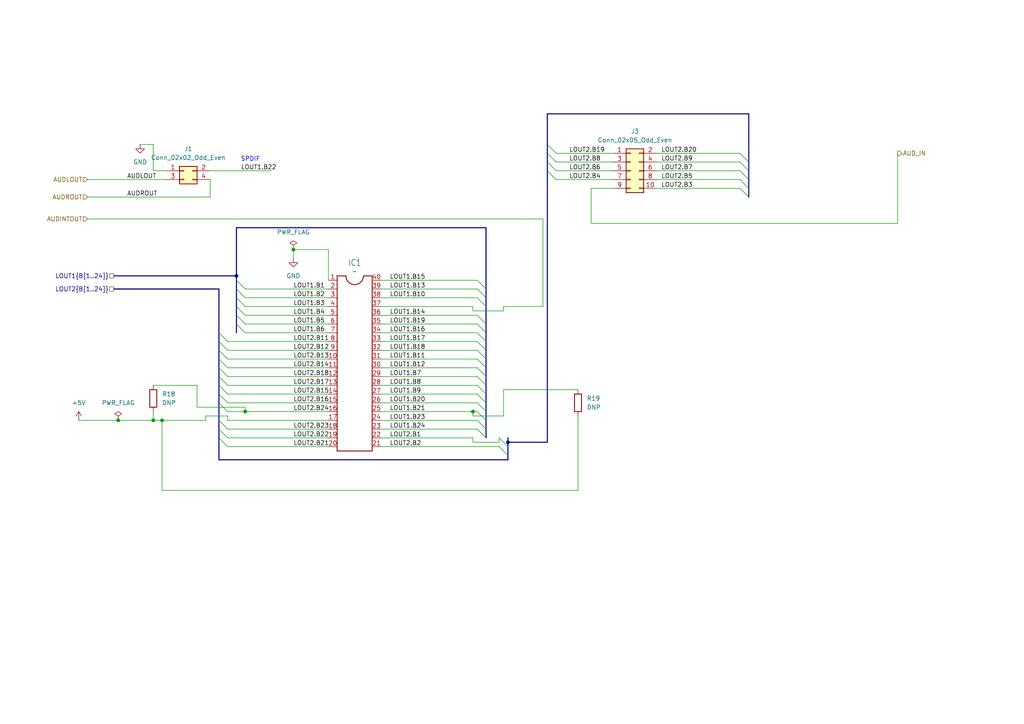
<source format=kicad_sch>
(kicad_sch
	(version 20250114)
	(generator "eeschema")
	(generator_version "9.0")
	(uuid "3e52fe32-0f8d-444f-8a4c-71cf9324a62d")
	(paper "A4")
	(lib_symbols
		(symbol "Connector_Generic:Conn_02x02_Odd_Even"
			(pin_names
				(offset 1.016)
				(hide yes)
			)
			(exclude_from_sim no)
			(in_bom yes)
			(on_board yes)
			(property "Reference" "J"
				(at 1.27 2.54 0)
				(effects
					(font
						(size 1.27 1.27)
					)
				)
			)
			(property "Value" "Conn_02x02_Odd_Even"
				(at 1.27 -5.08 0)
				(effects
					(font
						(size 1.27 1.27)
					)
				)
			)
			(property "Footprint" ""
				(at 0 0 0)
				(effects
					(font
						(size 1.27 1.27)
					)
					(hide yes)
				)
			)
			(property "Datasheet" "~"
				(at 0 0 0)
				(effects
					(font
						(size 1.27 1.27)
					)
					(hide yes)
				)
			)
			(property "Description" "Generic connector, double row, 02x02, odd/even pin numbering scheme (row 1 odd numbers, row 2 even numbers), script generated (kicad-library-utils/schlib/autogen/connector/)"
				(at 0 0 0)
				(effects
					(font
						(size 1.27 1.27)
					)
					(hide yes)
				)
			)
			(property "ki_keywords" "connector"
				(at 0 0 0)
				(effects
					(font
						(size 1.27 1.27)
					)
					(hide yes)
				)
			)
			(property "ki_fp_filters" "Connector*:*_2x??_*"
				(at 0 0 0)
				(effects
					(font
						(size 1.27 1.27)
					)
					(hide yes)
				)
			)
			(symbol "Conn_02x02_Odd_Even_1_1"
				(rectangle
					(start -1.27 1.27)
					(end 3.81 -3.81)
					(stroke
						(width 0.254)
						(type default)
					)
					(fill
						(type background)
					)
				)
				(rectangle
					(start -1.27 0.127)
					(end 0 -0.127)
					(stroke
						(width 0.1524)
						(type default)
					)
					(fill
						(type none)
					)
				)
				(rectangle
					(start -1.27 -2.413)
					(end 0 -2.667)
					(stroke
						(width 0.1524)
						(type default)
					)
					(fill
						(type none)
					)
				)
				(rectangle
					(start 3.81 0.127)
					(end 2.54 -0.127)
					(stroke
						(width 0.1524)
						(type default)
					)
					(fill
						(type none)
					)
				)
				(rectangle
					(start 3.81 -2.413)
					(end 2.54 -2.667)
					(stroke
						(width 0.1524)
						(type default)
					)
					(fill
						(type none)
					)
				)
				(pin passive line
					(at -5.08 0 0)
					(length 3.81)
					(name "Pin_1"
						(effects
							(font
								(size 1.27 1.27)
							)
						)
					)
					(number "1"
						(effects
							(font
								(size 1.27 1.27)
							)
						)
					)
				)
				(pin passive line
					(at -5.08 -2.54 0)
					(length 3.81)
					(name "Pin_3"
						(effects
							(font
								(size 1.27 1.27)
							)
						)
					)
					(number "3"
						(effects
							(font
								(size 1.27 1.27)
							)
						)
					)
				)
				(pin passive line
					(at 7.62 0 180)
					(length 3.81)
					(name "Pin_2"
						(effects
							(font
								(size 1.27 1.27)
							)
						)
					)
					(number "2"
						(effects
							(font
								(size 1.27 1.27)
							)
						)
					)
				)
				(pin passive line
					(at 7.62 -2.54 180)
					(length 3.81)
					(name "Pin_4"
						(effects
							(font
								(size 1.27 1.27)
							)
						)
					)
					(number "4"
						(effects
							(font
								(size 1.27 1.27)
							)
						)
					)
				)
			)
			(embedded_fonts no)
		)
		(symbol "Connector_Generic:Conn_02x05_Odd_Even"
			(pin_names
				(offset 1.016)
				(hide yes)
			)
			(exclude_from_sim no)
			(in_bom yes)
			(on_board yes)
			(property "Reference" "J"
				(at 1.27 7.62 0)
				(effects
					(font
						(size 1.27 1.27)
					)
				)
			)
			(property "Value" "Conn_02x05_Odd_Even"
				(at 1.27 -7.62 0)
				(effects
					(font
						(size 1.27 1.27)
					)
				)
			)
			(property "Footprint" ""
				(at 0 0 0)
				(effects
					(font
						(size 1.27 1.27)
					)
					(hide yes)
				)
			)
			(property "Datasheet" "~"
				(at 0 0 0)
				(effects
					(font
						(size 1.27 1.27)
					)
					(hide yes)
				)
			)
			(property "Description" "Generic connector, double row, 02x05, odd/even pin numbering scheme (row 1 odd numbers, row 2 even numbers), script generated (kicad-library-utils/schlib/autogen/connector/)"
				(at 0 0 0)
				(effects
					(font
						(size 1.27 1.27)
					)
					(hide yes)
				)
			)
			(property "ki_keywords" "connector"
				(at 0 0 0)
				(effects
					(font
						(size 1.27 1.27)
					)
					(hide yes)
				)
			)
			(property "ki_fp_filters" "Connector*:*_2x??_*"
				(at 0 0 0)
				(effects
					(font
						(size 1.27 1.27)
					)
					(hide yes)
				)
			)
			(symbol "Conn_02x05_Odd_Even_1_1"
				(rectangle
					(start -1.27 6.35)
					(end 3.81 -6.35)
					(stroke
						(width 0.254)
						(type default)
					)
					(fill
						(type background)
					)
				)
				(rectangle
					(start -1.27 5.207)
					(end 0 4.953)
					(stroke
						(width 0.1524)
						(type default)
					)
					(fill
						(type none)
					)
				)
				(rectangle
					(start -1.27 2.667)
					(end 0 2.413)
					(stroke
						(width 0.1524)
						(type default)
					)
					(fill
						(type none)
					)
				)
				(rectangle
					(start -1.27 0.127)
					(end 0 -0.127)
					(stroke
						(width 0.1524)
						(type default)
					)
					(fill
						(type none)
					)
				)
				(rectangle
					(start -1.27 -2.413)
					(end 0 -2.667)
					(stroke
						(width 0.1524)
						(type default)
					)
					(fill
						(type none)
					)
				)
				(rectangle
					(start -1.27 -4.953)
					(end 0 -5.207)
					(stroke
						(width 0.1524)
						(type default)
					)
					(fill
						(type none)
					)
				)
				(rectangle
					(start 3.81 5.207)
					(end 2.54 4.953)
					(stroke
						(width 0.1524)
						(type default)
					)
					(fill
						(type none)
					)
				)
				(rectangle
					(start 3.81 2.667)
					(end 2.54 2.413)
					(stroke
						(width 0.1524)
						(type default)
					)
					(fill
						(type none)
					)
				)
				(rectangle
					(start 3.81 0.127)
					(end 2.54 -0.127)
					(stroke
						(width 0.1524)
						(type default)
					)
					(fill
						(type none)
					)
				)
				(rectangle
					(start 3.81 -2.413)
					(end 2.54 -2.667)
					(stroke
						(width 0.1524)
						(type default)
					)
					(fill
						(type none)
					)
				)
				(rectangle
					(start 3.81 -4.953)
					(end 2.54 -5.207)
					(stroke
						(width 0.1524)
						(type default)
					)
					(fill
						(type none)
					)
				)
				(pin passive line
					(at -5.08 5.08 0)
					(length 3.81)
					(name "Pin_1"
						(effects
							(font
								(size 1.27 1.27)
							)
						)
					)
					(number "1"
						(effects
							(font
								(size 1.27 1.27)
							)
						)
					)
				)
				(pin passive line
					(at -5.08 2.54 0)
					(length 3.81)
					(name "Pin_3"
						(effects
							(font
								(size 1.27 1.27)
							)
						)
					)
					(number "3"
						(effects
							(font
								(size 1.27 1.27)
							)
						)
					)
				)
				(pin passive line
					(at -5.08 0 0)
					(length 3.81)
					(name "Pin_5"
						(effects
							(font
								(size 1.27 1.27)
							)
						)
					)
					(number "5"
						(effects
							(font
								(size 1.27 1.27)
							)
						)
					)
				)
				(pin passive line
					(at -5.08 -2.54 0)
					(length 3.81)
					(name "Pin_7"
						(effects
							(font
								(size 1.27 1.27)
							)
						)
					)
					(number "7"
						(effects
							(font
								(size 1.27 1.27)
							)
						)
					)
				)
				(pin passive line
					(at -5.08 -5.08 0)
					(length 3.81)
					(name "Pin_9"
						(effects
							(font
								(size 1.27 1.27)
							)
						)
					)
					(number "9"
						(effects
							(font
								(size 1.27 1.27)
							)
						)
					)
				)
				(pin passive line
					(at 7.62 5.08 180)
					(length 3.81)
					(name "Pin_2"
						(effects
							(font
								(size 1.27 1.27)
							)
						)
					)
					(number "2"
						(effects
							(font
								(size 1.27 1.27)
							)
						)
					)
				)
				(pin passive line
					(at 7.62 2.54 180)
					(length 3.81)
					(name "Pin_4"
						(effects
							(font
								(size 1.27 1.27)
							)
						)
					)
					(number "4"
						(effects
							(font
								(size 1.27 1.27)
							)
						)
					)
				)
				(pin passive line
					(at 7.62 0 180)
					(length 3.81)
					(name "Pin_6"
						(effects
							(font
								(size 1.27 1.27)
							)
						)
					)
					(number "6"
						(effects
							(font
								(size 1.27 1.27)
							)
						)
					)
				)
				(pin passive line
					(at 7.62 -2.54 180)
					(length 3.81)
					(name "Pin_8"
						(effects
							(font
								(size 1.27 1.27)
							)
						)
					)
					(number "8"
						(effects
							(font
								(size 1.27 1.27)
							)
						)
					)
				)
				(pin passive line
					(at 7.62 -5.08 180)
					(length 3.81)
					(name "Pin_10"
						(effects
							(font
								(size 1.27 1.27)
							)
						)
					)
					(number "10"
						(effects
							(font
								(size 1.27 1.27)
							)
						)
					)
				)
			)
			(embedded_fonts no)
		)
		(symbol "Device:R"
			(pin_numbers
				(hide yes)
			)
			(pin_names
				(offset 0)
			)
			(exclude_from_sim no)
			(in_bom yes)
			(on_board yes)
			(property "Reference" "R"
				(at 2.032 0 90)
				(effects
					(font
						(size 1.27 1.27)
					)
				)
			)
			(property "Value" "R"
				(at 0 0 90)
				(effects
					(font
						(size 1.27 1.27)
					)
				)
			)
			(property "Footprint" ""
				(at -1.778 0 90)
				(effects
					(font
						(size 1.27 1.27)
					)
					(hide yes)
				)
			)
			(property "Datasheet" "~"
				(at 0 0 0)
				(effects
					(font
						(size 1.27 1.27)
					)
					(hide yes)
				)
			)
			(property "Description" "Resistor"
				(at 0 0 0)
				(effects
					(font
						(size 1.27 1.27)
					)
					(hide yes)
				)
			)
			(property "ki_keywords" "R res resistor"
				(at 0 0 0)
				(effects
					(font
						(size 1.27 1.27)
					)
					(hide yes)
				)
			)
			(property "ki_fp_filters" "R_*"
				(at 0 0 0)
				(effects
					(font
						(size 1.27 1.27)
					)
					(hide yes)
				)
			)
			(symbol "R_0_1"
				(rectangle
					(start -1.016 -2.54)
					(end 1.016 2.54)
					(stroke
						(width 0.254)
						(type default)
					)
					(fill
						(type none)
					)
				)
			)
			(symbol "R_1_1"
				(pin passive line
					(at 0 3.81 270)
					(length 1.27)
					(name "~"
						(effects
							(font
								(size 1.27 1.27)
							)
						)
					)
					(number "1"
						(effects
							(font
								(size 1.27 1.27)
							)
						)
					)
				)
				(pin passive line
					(at 0 -3.81 90)
					(length 1.27)
					(name "~"
						(effects
							(font
								(size 1.27 1.27)
							)
						)
					)
					(number "2"
						(effects
							(font
								(size 1.27 1.27)
							)
						)
					)
				)
			)
			(embedded_fonts no)
		)
		(symbol "ic-package:DIL40"
			(exclude_from_sim no)
			(in_bom yes)
			(on_board yes)
			(property "Reference" "IC"
				(at -4.445 24.765 0)
				(effects
					(font
						(size 1.778 1.5113)
					)
					(justify left bottom)
				)
			)
			(property "Value" ""
				(at -4.445 -29.21 0)
				(effects
					(font
						(size 1.778 1.5113)
					)
					(justify left bottom)
				)
			)
			(property "Footprint" "ic-package:DIL40"
				(at 0 0 0)
				(effects
					(font
						(size 1.27 1.27)
					)
					(hide yes)
				)
			)
			(property "Datasheet" ""
				(at 0 0 0)
				(effects
					(font
						(size 1.27 1.27)
					)
					(hide yes)
				)
			)
			(property "Description" "Dual In Line"
				(at 0 0 0)
				(effects
					(font
						(size 1.27 1.27)
					)
					(hide yes)
				)
			)
			(property "ki_locked" ""
				(at 0 0 0)
				(effects
					(font
						(size 1.27 1.27)
					)
				)
			)
			(symbol "DIL40_1_0"
				(polyline
					(pts
						(xy -5.08 24.13) (xy -5.08 -26.67)
					)
					(stroke
						(width 0.254)
						(type solid)
					)
					(fill
						(type none)
					)
				)
				(polyline
					(pts
						(xy -5.08 24.13) (xy -2.54 24.13)
					)
					(stroke
						(width 0.254)
						(type solid)
					)
					(fill
						(type none)
					)
				)
				(polyline
					(pts
						(xy -5.08 -26.67) (xy 5.08 -26.67)
					)
					(stroke
						(width 0.254)
						(type solid)
					)
					(fill
						(type none)
					)
				)
				(arc
					(start 2.54 24.13)
					(mid 0 21.59)
					(end -2.54 24.13)
					(stroke
						(width 0.254)
						(type solid)
					)
					(fill
						(type none)
					)
				)
				(polyline
					(pts
						(xy 5.08 24.13) (xy 2.54 24.13)
					)
					(stroke
						(width 0.254)
						(type solid)
					)
					(fill
						(type none)
					)
				)
				(polyline
					(pts
						(xy 5.08 -26.67) (xy 5.08 24.13)
					)
					(stroke
						(width 0.254)
						(type solid)
					)
					(fill
						(type none)
					)
				)
				(pin passive line
					(at -7.62 22.86 0)
					(length 2.54)
					(name "1"
						(effects
							(font
								(size 0 0)
							)
						)
					)
					(number "1"
						(effects
							(font
								(size 1.27 1.27)
							)
						)
					)
				)
				(pin passive line
					(at -7.62 20.32 0)
					(length 2.54)
					(name "2"
						(effects
							(font
								(size 0 0)
							)
						)
					)
					(number "2"
						(effects
							(font
								(size 1.27 1.27)
							)
						)
					)
				)
				(pin passive line
					(at -7.62 17.78 0)
					(length 2.54)
					(name "3"
						(effects
							(font
								(size 0 0)
							)
						)
					)
					(number "3"
						(effects
							(font
								(size 1.27 1.27)
							)
						)
					)
				)
				(pin passive line
					(at -7.62 15.24 0)
					(length 2.54)
					(name "4"
						(effects
							(font
								(size 0 0)
							)
						)
					)
					(number "4"
						(effects
							(font
								(size 1.27 1.27)
							)
						)
					)
				)
				(pin passive line
					(at -7.62 12.7 0)
					(length 2.54)
					(name "5"
						(effects
							(font
								(size 0 0)
							)
						)
					)
					(number "5"
						(effects
							(font
								(size 1.27 1.27)
							)
						)
					)
				)
				(pin passive line
					(at -7.62 10.16 0)
					(length 2.54)
					(name "6"
						(effects
							(font
								(size 0 0)
							)
						)
					)
					(number "6"
						(effects
							(font
								(size 1.27 1.27)
							)
						)
					)
				)
				(pin passive line
					(at -7.62 7.62 0)
					(length 2.54)
					(name "7"
						(effects
							(font
								(size 0 0)
							)
						)
					)
					(number "7"
						(effects
							(font
								(size 1.27 1.27)
							)
						)
					)
				)
				(pin passive line
					(at -7.62 5.08 0)
					(length 2.54)
					(name "8"
						(effects
							(font
								(size 0 0)
							)
						)
					)
					(number "8"
						(effects
							(font
								(size 1.27 1.27)
							)
						)
					)
				)
				(pin passive line
					(at -7.62 2.54 0)
					(length 2.54)
					(name "9"
						(effects
							(font
								(size 0 0)
							)
						)
					)
					(number "9"
						(effects
							(font
								(size 1.27 1.27)
							)
						)
					)
				)
				(pin passive line
					(at -7.62 0 0)
					(length 2.54)
					(name "10"
						(effects
							(font
								(size 0 0)
							)
						)
					)
					(number "10"
						(effects
							(font
								(size 1.27 1.27)
							)
						)
					)
				)
				(pin passive line
					(at -7.62 -2.54 0)
					(length 2.54)
					(name "11"
						(effects
							(font
								(size 0 0)
							)
						)
					)
					(number "11"
						(effects
							(font
								(size 1.27 1.27)
							)
						)
					)
				)
				(pin passive line
					(at -7.62 -5.08 0)
					(length 2.54)
					(name "12"
						(effects
							(font
								(size 0 0)
							)
						)
					)
					(number "12"
						(effects
							(font
								(size 1.27 1.27)
							)
						)
					)
				)
				(pin passive line
					(at -7.62 -7.62 0)
					(length 2.54)
					(name "13"
						(effects
							(font
								(size 0 0)
							)
						)
					)
					(number "13"
						(effects
							(font
								(size 1.27 1.27)
							)
						)
					)
				)
				(pin passive line
					(at -7.62 -10.16 0)
					(length 2.54)
					(name "14"
						(effects
							(font
								(size 0 0)
							)
						)
					)
					(number "14"
						(effects
							(font
								(size 1.27 1.27)
							)
						)
					)
				)
				(pin passive line
					(at -7.62 -12.7 0)
					(length 2.54)
					(name "15"
						(effects
							(font
								(size 0 0)
							)
						)
					)
					(number "15"
						(effects
							(font
								(size 1.27 1.27)
							)
						)
					)
				)
				(pin passive line
					(at -7.62 -15.24 0)
					(length 2.54)
					(name "16"
						(effects
							(font
								(size 0 0)
							)
						)
					)
					(number "16"
						(effects
							(font
								(size 1.27 1.27)
							)
						)
					)
				)
				(pin passive line
					(at -7.62 -17.78 0)
					(length 2.54)
					(name "17"
						(effects
							(font
								(size 0 0)
							)
						)
					)
					(number "17"
						(effects
							(font
								(size 1.27 1.27)
							)
						)
					)
				)
				(pin passive line
					(at -7.62 -20.32 0)
					(length 2.54)
					(name "18"
						(effects
							(font
								(size 0 0)
							)
						)
					)
					(number "18"
						(effects
							(font
								(size 1.27 1.27)
							)
						)
					)
				)
				(pin passive line
					(at -7.62 -22.86 0)
					(length 2.54)
					(name "19"
						(effects
							(font
								(size 0 0)
							)
						)
					)
					(number "19"
						(effects
							(font
								(size 1.27 1.27)
							)
						)
					)
				)
				(pin passive line
					(at -7.62 -25.4 0)
					(length 2.54)
					(name "20"
						(effects
							(font
								(size 0 0)
							)
						)
					)
					(number "20"
						(effects
							(font
								(size 1.27 1.27)
							)
						)
					)
				)
				(pin passive line
					(at 7.62 22.86 180)
					(length 2.54)
					(name "40"
						(effects
							(font
								(size 0 0)
							)
						)
					)
					(number "40"
						(effects
							(font
								(size 1.27 1.27)
							)
						)
					)
				)
				(pin passive line
					(at 7.62 20.32 180)
					(length 2.54)
					(name "39"
						(effects
							(font
								(size 0 0)
							)
						)
					)
					(number "39"
						(effects
							(font
								(size 1.27 1.27)
							)
						)
					)
				)
				(pin passive line
					(at 7.62 17.78 180)
					(length 2.54)
					(name "38"
						(effects
							(font
								(size 0 0)
							)
						)
					)
					(number "38"
						(effects
							(font
								(size 1.27 1.27)
							)
						)
					)
				)
				(pin passive line
					(at 7.62 15.24 180)
					(length 2.54)
					(name "37"
						(effects
							(font
								(size 0 0)
							)
						)
					)
					(number "37"
						(effects
							(font
								(size 1.27 1.27)
							)
						)
					)
				)
				(pin passive line
					(at 7.62 12.7 180)
					(length 2.54)
					(name "36"
						(effects
							(font
								(size 0 0)
							)
						)
					)
					(number "36"
						(effects
							(font
								(size 1.27 1.27)
							)
						)
					)
				)
				(pin passive line
					(at 7.62 10.16 180)
					(length 2.54)
					(name "35"
						(effects
							(font
								(size 0 0)
							)
						)
					)
					(number "35"
						(effects
							(font
								(size 1.27 1.27)
							)
						)
					)
				)
				(pin passive line
					(at 7.62 7.62 180)
					(length 2.54)
					(name "34"
						(effects
							(font
								(size 0 0)
							)
						)
					)
					(number "34"
						(effects
							(font
								(size 1.27 1.27)
							)
						)
					)
				)
				(pin passive line
					(at 7.62 5.08 180)
					(length 2.54)
					(name "33"
						(effects
							(font
								(size 0 0)
							)
						)
					)
					(number "33"
						(effects
							(font
								(size 1.27 1.27)
							)
						)
					)
				)
				(pin passive line
					(at 7.62 2.54 180)
					(length 2.54)
					(name "32"
						(effects
							(font
								(size 0 0)
							)
						)
					)
					(number "32"
						(effects
							(font
								(size 1.27 1.27)
							)
						)
					)
				)
				(pin passive line
					(at 7.62 0 180)
					(length 2.54)
					(name "31"
						(effects
							(font
								(size 0 0)
							)
						)
					)
					(number "31"
						(effects
							(font
								(size 1.27 1.27)
							)
						)
					)
				)
				(pin passive line
					(at 7.62 -2.54 180)
					(length 2.54)
					(name "30"
						(effects
							(font
								(size 0 0)
							)
						)
					)
					(number "30"
						(effects
							(font
								(size 1.27 1.27)
							)
						)
					)
				)
				(pin passive line
					(at 7.62 -5.08 180)
					(length 2.54)
					(name "29"
						(effects
							(font
								(size 0 0)
							)
						)
					)
					(number "29"
						(effects
							(font
								(size 1.27 1.27)
							)
						)
					)
				)
				(pin passive line
					(at 7.62 -7.62 180)
					(length 2.54)
					(name "28"
						(effects
							(font
								(size 0 0)
							)
						)
					)
					(number "28"
						(effects
							(font
								(size 1.27 1.27)
							)
						)
					)
				)
				(pin passive line
					(at 7.62 -10.16 180)
					(length 2.54)
					(name "27"
						(effects
							(font
								(size 0 0)
							)
						)
					)
					(number "27"
						(effects
							(font
								(size 1.27 1.27)
							)
						)
					)
				)
				(pin passive line
					(at 7.62 -12.7 180)
					(length 2.54)
					(name "26"
						(effects
							(font
								(size 0 0)
							)
						)
					)
					(number "26"
						(effects
							(font
								(size 1.27 1.27)
							)
						)
					)
				)
				(pin passive line
					(at 7.62 -15.24 180)
					(length 2.54)
					(name "25"
						(effects
							(font
								(size 0 0)
							)
						)
					)
					(number "25"
						(effects
							(font
								(size 1.27 1.27)
							)
						)
					)
				)
				(pin passive line
					(at 7.62 -17.78 180)
					(length 2.54)
					(name "24"
						(effects
							(font
								(size 0 0)
							)
						)
					)
					(number "24"
						(effects
							(font
								(size 1.27 1.27)
							)
						)
					)
				)
				(pin passive line
					(at 7.62 -20.32 180)
					(length 2.54)
					(name "23"
						(effects
							(font
								(size 0 0)
							)
						)
					)
					(number "23"
						(effects
							(font
								(size 1.27 1.27)
							)
						)
					)
				)
				(pin passive line
					(at 7.62 -22.86 180)
					(length 2.54)
					(name "22"
						(effects
							(font
								(size 0 0)
							)
						)
					)
					(number "22"
						(effects
							(font
								(size 1.27 1.27)
							)
						)
					)
				)
				(pin passive line
					(at 7.62 -25.4 180)
					(length 2.54)
					(name "21"
						(effects
							(font
								(size 0 0)
							)
						)
					)
					(number "21"
						(effects
							(font
								(size 1.27 1.27)
							)
						)
					)
				)
			)
			(embedded_fonts no)
		)
		(symbol "power:+5V"
			(power)
			(pin_numbers
				(hide yes)
			)
			(pin_names
				(offset 0)
				(hide yes)
			)
			(exclude_from_sim no)
			(in_bom yes)
			(on_board yes)
			(property "Reference" "#PWR"
				(at 0 -3.81 0)
				(effects
					(font
						(size 1.27 1.27)
					)
					(hide yes)
				)
			)
			(property "Value" "+5V"
				(at 0 3.556 0)
				(effects
					(font
						(size 1.27 1.27)
					)
				)
			)
			(property "Footprint" ""
				(at 0 0 0)
				(effects
					(font
						(size 1.27 1.27)
					)
					(hide yes)
				)
			)
			(property "Datasheet" ""
				(at 0 0 0)
				(effects
					(font
						(size 1.27 1.27)
					)
					(hide yes)
				)
			)
			(property "Description" "Power symbol creates a global label with name \"+5V\""
				(at 0 0 0)
				(effects
					(font
						(size 1.27 1.27)
					)
					(hide yes)
				)
			)
			(property "ki_keywords" "global power"
				(at 0 0 0)
				(effects
					(font
						(size 1.27 1.27)
					)
					(hide yes)
				)
			)
			(symbol "+5V_0_1"
				(polyline
					(pts
						(xy -0.762 1.27) (xy 0 2.54)
					)
					(stroke
						(width 0)
						(type default)
					)
					(fill
						(type none)
					)
				)
				(polyline
					(pts
						(xy 0 2.54) (xy 0.762 1.27)
					)
					(stroke
						(width 0)
						(type default)
					)
					(fill
						(type none)
					)
				)
				(polyline
					(pts
						(xy 0 0) (xy 0 2.54)
					)
					(stroke
						(width 0)
						(type default)
					)
					(fill
						(type none)
					)
				)
			)
			(symbol "+5V_1_1"
				(pin power_in line
					(at 0 0 90)
					(length 0)
					(name "~"
						(effects
							(font
								(size 1.27 1.27)
							)
						)
					)
					(number "1"
						(effects
							(font
								(size 1.27 1.27)
							)
						)
					)
				)
			)
			(embedded_fonts no)
		)
		(symbol "power:GND"
			(power)
			(pin_numbers
				(hide yes)
			)
			(pin_names
				(offset 0)
				(hide yes)
			)
			(exclude_from_sim no)
			(in_bom yes)
			(on_board yes)
			(property "Reference" "#PWR"
				(at 0 -6.35 0)
				(effects
					(font
						(size 1.27 1.27)
					)
					(hide yes)
				)
			)
			(property "Value" "GND"
				(at 0 -3.81 0)
				(effects
					(font
						(size 1.27 1.27)
					)
				)
			)
			(property "Footprint" ""
				(at 0 0 0)
				(effects
					(font
						(size 1.27 1.27)
					)
					(hide yes)
				)
			)
			(property "Datasheet" ""
				(at 0 0 0)
				(effects
					(font
						(size 1.27 1.27)
					)
					(hide yes)
				)
			)
			(property "Description" "Power symbol creates a global label with name \"GND\" , ground"
				(at 0 0 0)
				(effects
					(font
						(size 1.27 1.27)
					)
					(hide yes)
				)
			)
			(property "ki_keywords" "global power"
				(at 0 0 0)
				(effects
					(font
						(size 1.27 1.27)
					)
					(hide yes)
				)
			)
			(symbol "GND_0_1"
				(polyline
					(pts
						(xy 0 0) (xy 0 -1.27) (xy 1.27 -1.27) (xy 0 -2.54) (xy -1.27 -1.27) (xy 0 -1.27)
					)
					(stroke
						(width 0)
						(type default)
					)
					(fill
						(type none)
					)
				)
			)
			(symbol "GND_1_1"
				(pin power_in line
					(at 0 0 270)
					(length 0)
					(name "~"
						(effects
							(font
								(size 1.27 1.27)
							)
						)
					)
					(number "1"
						(effects
							(font
								(size 1.27 1.27)
							)
						)
					)
				)
			)
			(embedded_fonts no)
		)
		(symbol "power:PWR_FLAG"
			(power)
			(pin_numbers
				(hide yes)
			)
			(pin_names
				(offset 0)
				(hide yes)
			)
			(exclude_from_sim no)
			(in_bom yes)
			(on_board yes)
			(property "Reference" "#FLG"
				(at 0 1.905 0)
				(effects
					(font
						(size 1.27 1.27)
					)
					(hide yes)
				)
			)
			(property "Value" "PWR_FLAG"
				(at 0 3.81 0)
				(effects
					(font
						(size 1.27 1.27)
					)
				)
			)
			(property "Footprint" ""
				(at 0 0 0)
				(effects
					(font
						(size 1.27 1.27)
					)
					(hide yes)
				)
			)
			(property "Datasheet" "~"
				(at 0 0 0)
				(effects
					(font
						(size 1.27 1.27)
					)
					(hide yes)
				)
			)
			(property "Description" "Special symbol for telling ERC where power comes from"
				(at 0 0 0)
				(effects
					(font
						(size 1.27 1.27)
					)
					(hide yes)
				)
			)
			(property "ki_keywords" "flag power"
				(at 0 0 0)
				(effects
					(font
						(size 1.27 1.27)
					)
					(hide yes)
				)
			)
			(symbol "PWR_FLAG_0_0"
				(pin power_out line
					(at 0 0 90)
					(length 0)
					(name "~"
						(effects
							(font
								(size 1.27 1.27)
							)
						)
					)
					(number "1"
						(effects
							(font
								(size 1.27 1.27)
							)
						)
					)
				)
			)
			(symbol "PWR_FLAG_0_1"
				(polyline
					(pts
						(xy 0 0) (xy 0 1.27) (xy -1.016 1.905) (xy 0 2.54) (xy 1.016 1.905) (xy 0 1.27)
					)
					(stroke
						(width 0)
						(type default)
					)
					(fill
						(type none)
					)
				)
			)
			(embedded_fonts no)
		)
	)
	(text "SPDIF\n"
		(exclude_from_sim no)
		(at 72.644 46.228 0)
		(effects
			(font
				(size 1.27 1.27)
			)
		)
		(uuid "bdf5216a-1031-4e65-9f90-27b7d381ca62")
	)
	(junction
		(at 34.29 121.92)
		(diameter 0)
		(color 0 0 0 0)
		(uuid "0659f697-662e-4993-834b-e6354ca1c427")
	)
	(junction
		(at 85.09 72.39)
		(diameter 0)
		(color 0 0 0 0)
		(uuid "1ed64289-6c81-40b0-933e-0fa754e83a14")
	)
	(junction
		(at 68.58 80.01)
		(diameter 0)
		(color 0 0 0 0)
		(uuid "367dc4a2-696f-4000-982b-ecf98cef9851")
	)
	(junction
		(at 137.16 119.38)
		(diameter 0)
		(color 0 0 0 0)
		(uuid "3e8c1200-7284-4b92-9b14-238e0f051666")
	)
	(junction
		(at 147.32 128.27)
		(diameter 0)
		(color 0 0 0 0)
		(uuid "4aa9808b-45d2-4e4d-a692-418440eccbe8")
	)
	(junction
		(at 44.45 121.92)
		(diameter 0)
		(color 0 0 0 0)
		(uuid "9822f9fe-14a6-4d97-bf8d-9bf264210b92")
	)
	(junction
		(at 71.12 119.38)
		(diameter 0)
		(color 0 0 0 0)
		(uuid "9fa4b8cf-d137-41a2-b252-81828d74499a")
	)
	(junction
		(at 46.99 121.92)
		(diameter 0)
		(color 0 0 0 0)
		(uuid "ca61807e-258e-4083-ac63-212ec23315cc")
	)
	(bus_entry
		(at 214.63 44.45)
		(size 2.54 2.54)
		(stroke
			(width 0)
			(type default)
		)
		(uuid "00278ac3-d1cf-454e-9343-8699ff8c44b2")
	)
	(bus_entry
		(at 138.43 83.82)
		(size 2.54 2.54)
		(stroke
			(width 0)
			(type default)
		)
		(uuid "078e1105-e049-4a85-aedf-f69c4d15f8b8")
	)
	(bus_entry
		(at 63.5 111.76)
		(size 2.54 2.54)
		(stroke
			(width 0)
			(type default)
		)
		(uuid "0d77ef5e-1380-460b-a3c8-78f5564d27ed")
	)
	(bus_entry
		(at 138.43 93.98)
		(size 2.54 2.54)
		(stroke
			(width 0)
			(type default)
		)
		(uuid "14047a0a-bab0-4681-a614-67eaa83eddc8")
	)
	(bus_entry
		(at 158.75 49.53)
		(size 2.54 2.54)
		(stroke
			(width 0)
			(type default)
		)
		(uuid "17675495-7f98-4bdb-9188-0a46b6d50a03")
	)
	(bus_entry
		(at 138.43 104.14)
		(size 2.54 2.54)
		(stroke
			(width 0)
			(type default)
		)
		(uuid "1ade1a42-298d-4b47-8caf-3b2e00e51de3")
	)
	(bus_entry
		(at 63.5 121.92)
		(size 2.54 2.54)
		(stroke
			(width 0)
			(type default)
		)
		(uuid "260bda2a-9f79-4e7b-a8fe-ed3ee5130239")
	)
	(bus_entry
		(at 63.5 101.6)
		(size 2.54 2.54)
		(stroke
			(width 0)
			(type default)
		)
		(uuid "26f277bb-1c2a-421c-b1c1-06a5bf263e10")
	)
	(bus_entry
		(at 144.78 127)
		(size 2.54 2.54)
		(stroke
			(width 0)
			(type default)
		)
		(uuid "2de209be-c0f3-4873-82b3-05196d09e5f5")
	)
	(bus_entry
		(at 214.63 46.99)
		(size 2.54 2.54)
		(stroke
			(width 0)
			(type default)
		)
		(uuid "3cbc47de-f59e-4d7b-87bd-214764c6f550")
	)
	(bus_entry
		(at 158.75 44.45)
		(size 2.54 2.54)
		(stroke
			(width 0)
			(type default)
		)
		(uuid "3eb5ea53-603a-4ba3-ad23-585038ad5dff")
	)
	(bus_entry
		(at 138.43 124.46)
		(size 2.54 2.54)
		(stroke
			(width 0)
			(type default)
		)
		(uuid "404105a6-0e1e-440f-988d-692d8d897f7e")
	)
	(bus_entry
		(at 63.5 106.68)
		(size 2.54 2.54)
		(stroke
			(width 0)
			(type default)
		)
		(uuid "41f53ccc-b480-4821-9a88-adf66ff523a1")
	)
	(bus_entry
		(at 214.63 49.53)
		(size 2.54 2.54)
		(stroke
			(width 0)
			(type default)
		)
		(uuid "481c0be3-7f33-44dc-a1d3-1ba4f058c6db")
	)
	(bus_entry
		(at 214.63 54.61)
		(size 2.54 2.54)
		(stroke
			(width 0)
			(type default)
		)
		(uuid "4ca11644-650f-409e-9351-86e57c6d2784")
	)
	(bus_entry
		(at 63.5 116.84)
		(size 2.54 2.54)
		(stroke
			(width 0)
			(type default)
		)
		(uuid "50d2bd0b-b61f-4c96-93f2-43de2571cb86")
	)
	(bus_entry
		(at 138.43 81.28)
		(size 2.54 2.54)
		(stroke
			(width 0)
			(type default)
		)
		(uuid "55621e2e-bb16-46f8-b557-bd82d6f5d5ac")
	)
	(bus_entry
		(at 68.58 93.98)
		(size 2.54 2.54)
		(stroke
			(width 0)
			(type default)
		)
		(uuid "5829bb90-ab04-4868-bf9e-b69cb7b11041")
	)
	(bus_entry
		(at 138.43 109.22)
		(size 2.54 2.54)
		(stroke
			(width 0)
			(type default)
		)
		(uuid "5a91258f-829a-45dd-b908-38327ed980d9")
	)
	(bus_entry
		(at 63.5 127)
		(size 2.54 2.54)
		(stroke
			(width 0)
			(type default)
		)
		(uuid "5e6b1e44-78da-46ca-8721-32805dffc30f")
	)
	(bus_entry
		(at 138.43 101.6)
		(size 2.54 2.54)
		(stroke
			(width 0)
			(type default)
		)
		(uuid "68ef9c92-941a-4e64-8e02-414e9a5d3750")
	)
	(bus_entry
		(at 63.5 99.06)
		(size 2.54 2.54)
		(stroke
			(width 0)
			(type default)
		)
		(uuid "7cad0845-c38b-48f0-a4c8-3e3d81a0d754")
	)
	(bus_entry
		(at 158.75 46.99)
		(size 2.54 2.54)
		(stroke
			(width 0)
			(type default)
		)
		(uuid "8267fd8b-f1cd-4d88-8bca-0d9b756baf1f")
	)
	(bus_entry
		(at 138.43 106.68)
		(size 2.54 2.54)
		(stroke
			(width 0)
			(type default)
		)
		(uuid "8629d5d6-c5cd-4062-87b4-36517eddb8a9")
	)
	(bus_entry
		(at 138.43 96.52)
		(size 2.54 2.54)
		(stroke
			(width 0)
			(type default)
		)
		(uuid "87811639-b679-4871-abd6-cb1299bf4846")
	)
	(bus_entry
		(at 138.43 111.76)
		(size 2.54 2.54)
		(stroke
			(width 0)
			(type default)
		)
		(uuid "8cbd9978-1ec3-4a9a-ab29-8ca4d1e10b47")
	)
	(bus_entry
		(at 138.43 119.38)
		(size 2.54 2.54)
		(stroke
			(width 0)
			(type default)
		)
		(uuid "8d880421-9b41-4783-8a72-16f095233146")
	)
	(bus_entry
		(at 63.5 109.22)
		(size 2.54 2.54)
		(stroke
			(width 0)
			(type default)
		)
		(uuid "8e8fb6d4-0c46-48eb-9fce-7fc138a83d62")
	)
	(bus_entry
		(at 214.63 52.07)
		(size 2.54 2.54)
		(stroke
			(width 0)
			(type default)
		)
		(uuid "98053cfe-3ca5-4b4d-a525-c19359088bdd")
	)
	(bus_entry
		(at 63.5 114.3)
		(size 2.54 2.54)
		(stroke
			(width 0)
			(type default)
		)
		(uuid "9dcba698-2797-44e9-ac83-777d0f0b6e04")
	)
	(bus_entry
		(at 138.43 114.3)
		(size 2.54 2.54)
		(stroke
			(width 0)
			(type default)
		)
		(uuid "afa19ab0-37c1-4e9b-9bfc-2f2e17dc0834")
	)
	(bus_entry
		(at 63.5 96.52)
		(size 2.54 2.54)
		(stroke
			(width 0)
			(type default)
		)
		(uuid "b19d43d9-7fae-4983-b614-f5b20b95cbcd")
	)
	(bus_entry
		(at 144.78 129.54)
		(size 2.54 2.54)
		(stroke
			(width 0)
			(type default)
		)
		(uuid "b67b19e8-cea3-4e65-b2d3-ad6f6eda833b")
	)
	(bus_entry
		(at 68.58 91.44)
		(size 2.54 2.54)
		(stroke
			(width 0)
			(type default)
		)
		(uuid "ba23aa51-31de-473a-8330-e9dc376461e6")
	)
	(bus_entry
		(at 138.43 86.36)
		(size 2.54 2.54)
		(stroke
			(width 0)
			(type default)
		)
		(uuid "cdb0b00d-c336-4b37-b54b-e349e5a4f3ef")
	)
	(bus_entry
		(at 138.43 99.06)
		(size 2.54 2.54)
		(stroke
			(width 0)
			(type default)
		)
		(uuid "d6265bb6-7571-4a4d-97e0-fed42606faea")
	)
	(bus_entry
		(at 63.5 104.14)
		(size 2.54 2.54)
		(stroke
			(width 0)
			(type default)
		)
		(uuid "dc4bdafd-cd95-437e-810e-c2981790885d")
	)
	(bus_entry
		(at 138.43 121.92)
		(size 2.54 2.54)
		(stroke
			(width 0)
			(type default)
		)
		(uuid "de5c0757-aed4-4e99-b4a4-c1dddd2233d9")
	)
	(bus_entry
		(at 68.58 88.9)
		(size 2.54 2.54)
		(stroke
			(width 0)
			(type default)
		)
		(uuid "de6a6304-dc74-423e-8394-a53a88cc3797")
	)
	(bus_entry
		(at 68.58 81.28)
		(size 2.54 2.54)
		(stroke
			(width 0)
			(type default)
		)
		(uuid "e1fce8bd-5428-4aa1-9605-b9415fee32ac")
	)
	(bus_entry
		(at 158.75 41.91)
		(size 2.54 2.54)
		(stroke
			(width 0)
			(type default)
		)
		(uuid "e43c127e-6c1c-4b85-92da-ec2632e44107")
	)
	(bus_entry
		(at 68.58 86.36)
		(size 2.54 2.54)
		(stroke
			(width 0)
			(type default)
		)
		(uuid "e806bb66-27eb-4dc2-a1c7-833fc0e28be8")
	)
	(bus_entry
		(at 138.43 116.84)
		(size 2.54 2.54)
		(stroke
			(width 0)
			(type default)
		)
		(uuid "eba3f517-0e50-4c69-b2fc-e8ae833bc9b1")
	)
	(bus_entry
		(at 138.43 91.44)
		(size 2.54 2.54)
		(stroke
			(width 0)
			(type default)
		)
		(uuid "ee41ffa6-5f2f-4d12-92a6-1e73ff7e8cdc")
	)
	(bus_entry
		(at 63.5 124.46)
		(size 2.54 2.54)
		(stroke
			(width 0)
			(type default)
		)
		(uuid "fa5a447b-2839-4889-a176-5b5629e0f4da")
	)
	(bus_entry
		(at 68.58 83.82)
		(size 2.54 2.54)
		(stroke
			(width 0)
			(type default)
		)
		(uuid "fd8d088d-deb2-47e8-9a60-f6bb6b8a65d6")
	)
	(bus
		(pts
			(xy 147.32 132.08) (xy 147.32 133.35)
		)
		(stroke
			(width 0)
			(type default)
		)
		(uuid "03152f16-6b6d-49ca-8039-dd32fbea6e6b")
	)
	(wire
		(pts
			(xy 110.49 111.76) (xy 138.43 111.76)
		)
		(stroke
			(width 0)
			(type default)
		)
		(uuid "03561c29-05c7-4aa0-ad47-27bcd668a7fb")
	)
	(wire
		(pts
			(xy 161.29 49.53) (xy 177.8 49.53)
		)
		(stroke
			(width 0)
			(type default)
		)
		(uuid "04c8604d-6711-4d8d-83ec-941afff75bc7")
	)
	(bus
		(pts
			(xy 63.5 114.3) (xy 63.5 116.84)
		)
		(stroke
			(width 0)
			(type default)
		)
		(uuid "06bef2d8-53ad-49f1-beca-ecc74c12531a")
	)
	(wire
		(pts
			(xy 66.04 99.06) (xy 95.25 99.06)
		)
		(stroke
			(width 0)
			(type default)
		)
		(uuid "0750b960-ccb8-4ab7-8557-3bb74952bbab")
	)
	(wire
		(pts
			(xy 85.09 72.39) (xy 85.09 74.93)
		)
		(stroke
			(width 0)
			(type default)
		)
		(uuid "0b1e68fe-6f45-4a8b-9467-5afa2299fc4b")
	)
	(wire
		(pts
			(xy 177.8 54.61) (xy 171.45 54.61)
		)
		(stroke
			(width 0)
			(type default)
		)
		(uuid "0c590c62-0dc7-4f51-95c8-9d6ed8338727")
	)
	(wire
		(pts
			(xy 71.12 88.9) (xy 95.25 88.9)
		)
		(stroke
			(width 0)
			(type default)
		)
		(uuid "0c84a4a1-63f1-44e0-a946-1a6ffb6f9df2")
	)
	(bus
		(pts
			(xy 158.75 128.27) (xy 158.75 49.53)
		)
		(stroke
			(width 0)
			(type default)
		)
		(uuid "0d941e80-d451-4107-987c-8ec0599bf138")
	)
	(bus
		(pts
			(xy 63.5 106.68) (xy 63.5 109.22)
		)
		(stroke
			(width 0)
			(type default)
		)
		(uuid "10b3220b-9468-460a-9b03-b7b965b11fcc")
	)
	(bus
		(pts
			(xy 140.97 88.9) (xy 140.97 93.98)
		)
		(stroke
			(width 0)
			(type default)
		)
		(uuid "10c63ad9-f1e9-4de8-a402-28f55b4fecfc")
	)
	(wire
		(pts
			(xy 110.49 124.46) (xy 138.43 124.46)
		)
		(stroke
			(width 0)
			(type default)
		)
		(uuid "12e38074-7c57-4d2a-b94a-38413d5f4d40")
	)
	(wire
		(pts
			(xy 110.49 127) (xy 137.16 127)
		)
		(stroke
			(width 0)
			(type default)
		)
		(uuid "158709bd-ba1e-4478-ab9c-fd39fec908ea")
	)
	(wire
		(pts
			(xy 110.49 114.3) (xy 138.43 114.3)
		)
		(stroke
			(width 0)
			(type default)
		)
		(uuid "15e2b927-5703-4e34-b25a-2448c74ace7c")
	)
	(bus
		(pts
			(xy 147.32 129.54) (xy 147.32 132.08)
		)
		(stroke
			(width 0)
			(type default)
		)
		(uuid "16066808-c96e-4367-90b9-380da5dd343b")
	)
	(wire
		(pts
			(xy 95.25 81.28) (xy 95.25 72.39)
		)
		(stroke
			(width 0)
			(type default)
		)
		(uuid "16c1d50b-b7cb-403e-be4b-3e8e2f0e6c06")
	)
	(bus
		(pts
			(xy 140.97 83.82) (xy 140.97 66.04)
		)
		(stroke
			(width 0)
			(type default)
		)
		(uuid "17393205-7b4a-409b-b842-3eb2dca64b21")
	)
	(bus
		(pts
			(xy 140.97 114.3) (xy 140.97 111.76)
		)
		(stroke
			(width 0)
			(type default)
		)
		(uuid "174214f8-d270-4d36-9794-f133b8e46200")
	)
	(bus
		(pts
			(xy 63.5 99.06) (xy 63.5 101.6)
		)
		(stroke
			(width 0)
			(type default)
		)
		(uuid "17fd7d3f-a609-4d76-919f-f9a3fcc6a9f5")
	)
	(wire
		(pts
			(xy 110.49 104.14) (xy 138.43 104.14)
		)
		(stroke
			(width 0)
			(type default)
		)
		(uuid "1aacca5e-148e-4724-88d9-a331511d8fd4")
	)
	(wire
		(pts
			(xy 66.04 104.14) (xy 95.25 104.14)
		)
		(stroke
			(width 0)
			(type default)
		)
		(uuid "1bd3c5d1-797a-4f10-bd2d-eb6b6d30a985")
	)
	(bus
		(pts
			(xy 68.58 91.44) (xy 68.58 93.98)
		)
		(stroke
			(width 0)
			(type default)
		)
		(uuid "1ee0f0e4-e274-46bc-9689-e7c292b598b3")
	)
	(wire
		(pts
			(xy 161.29 52.07) (xy 177.8 52.07)
		)
		(stroke
			(width 0)
			(type default)
		)
		(uuid "1f8372c3-1d77-4a04-98be-2e04c52620f5")
	)
	(bus
		(pts
			(xy 68.58 83.82) (xy 68.58 86.36)
		)
		(stroke
			(width 0)
			(type default)
		)
		(uuid "21895fb0-8d65-457b-be8e-9a38f05b51d9")
	)
	(wire
		(pts
			(xy 60.96 52.07) (xy 60.96 57.15)
		)
		(stroke
			(width 0)
			(type default)
		)
		(uuid "22288229-cb7d-448e-beb8-6562a7b9a46c")
	)
	(bus
		(pts
			(xy 158.75 46.99) (xy 158.75 44.45)
		)
		(stroke
			(width 0)
			(type default)
		)
		(uuid "22b8baf5-7f55-4750-97ea-b53587bc9749")
	)
	(wire
		(pts
			(xy 44.45 49.53) (xy 44.45 41.91)
		)
		(stroke
			(width 0)
			(type default)
		)
		(uuid "22f208da-63a8-4c2c-be1a-c7b9db6d5bce")
	)
	(bus
		(pts
			(xy 158.75 49.53) (xy 158.75 46.99)
		)
		(stroke
			(width 0)
			(type default)
		)
		(uuid "24b1be1c-5419-41f1-82cf-15b7a8095043")
	)
	(bus
		(pts
			(xy 158.75 44.45) (xy 158.75 41.91)
		)
		(stroke
			(width 0)
			(type default)
		)
		(uuid "2abae6ae-495c-40ee-b83f-591af2383366")
	)
	(wire
		(pts
			(xy 161.29 44.45) (xy 177.8 44.45)
		)
		(stroke
			(width 0)
			(type default)
		)
		(uuid "2d0c6833-ca4d-4b7b-9ce5-ca1830050c5b")
	)
	(bus
		(pts
			(xy 63.5 104.14) (xy 63.5 106.68)
		)
		(stroke
			(width 0)
			(type default)
		)
		(uuid "2edc0013-5972-4434-839d-d6d995539b0c")
	)
	(bus
		(pts
			(xy 147.32 133.35) (xy 63.5 133.35)
		)
		(stroke
			(width 0)
			(type default)
		)
		(uuid "34cb649f-92d3-4689-88d7-293f839d96fd")
	)
	(wire
		(pts
			(xy 110.49 91.44) (xy 138.43 91.44)
		)
		(stroke
			(width 0)
			(type default)
		)
		(uuid "387df8df-ebd4-4d4a-92f9-6209683ec802")
	)
	(bus
		(pts
			(xy 68.58 80.01) (xy 68.58 81.28)
		)
		(stroke
			(width 0)
			(type default)
		)
		(uuid "39ead81f-e072-4fc4-be88-32578c769a6c")
	)
	(wire
		(pts
			(xy 66.04 106.68) (xy 95.25 106.68)
		)
		(stroke
			(width 0)
			(type default)
		)
		(uuid "3c2c4755-baa0-4db1-b1a3-cd7ee473bdb7")
	)
	(bus
		(pts
			(xy 68.58 81.28) (xy 68.58 83.82)
		)
		(stroke
			(width 0)
			(type default)
		)
		(uuid "3d0fb0e6-d20f-4c9e-9766-d515b1df71f0")
	)
	(bus
		(pts
			(xy 140.97 88.9) (xy 140.97 86.36)
		)
		(stroke
			(width 0)
			(type default)
		)
		(uuid "3e9c8f4c-b69f-460c-ba1d-addc3c97745d")
	)
	(bus
		(pts
			(xy 158.75 33.02) (xy 217.17 33.02)
		)
		(stroke
			(width 0)
			(type default)
		)
		(uuid "41ccf6c9-7e05-464c-b25c-a74ea8c603e7")
	)
	(wire
		(pts
			(xy 71.12 93.98) (xy 95.25 93.98)
		)
		(stroke
			(width 0)
			(type default)
		)
		(uuid "4315e56a-f0af-45a2-b6ba-353be56469e3")
	)
	(wire
		(pts
			(xy 66.04 129.54) (xy 95.25 129.54)
		)
		(stroke
			(width 0)
			(type default)
		)
		(uuid "43d68ebe-5761-4f9c-8202-2ab66118b047")
	)
	(bus
		(pts
			(xy 140.97 66.04) (xy 68.58 66.04)
		)
		(stroke
			(width 0)
			(type default)
		)
		(uuid "448af4a2-dd53-4d20-826d-c33878bcc0e5")
	)
	(wire
		(pts
			(xy 71.12 119.38) (xy 71.12 118.11)
		)
		(stroke
			(width 0)
			(type default)
		)
		(uuid "44a23a64-27fa-499b-a581-5af9a3a71c79")
	)
	(wire
		(pts
			(xy 167.64 120.65) (xy 167.64 142.24)
		)
		(stroke
			(width 0)
			(type default)
		)
		(uuid "44b23f95-1657-4536-9348-ea9d68a6fce3")
	)
	(bus
		(pts
			(xy 68.58 86.36) (xy 68.58 88.9)
		)
		(stroke
			(width 0)
			(type default)
		)
		(uuid "47f5f087-fdfc-4331-8b56-b8a8d91e8ae3")
	)
	(wire
		(pts
			(xy 171.45 64.77) (xy 260.35 64.77)
		)
		(stroke
			(width 0)
			(type default)
		)
		(uuid "48d0fa47-a075-4a3a-8e42-5d8bbb8fee24")
	)
	(wire
		(pts
			(xy 137.16 120.65) (xy 137.16 119.38)
		)
		(stroke
			(width 0)
			(type default)
		)
		(uuid "495e8830-aed0-4461-98b7-29abcc4eb1e4")
	)
	(wire
		(pts
			(xy 34.29 121.92) (xy 44.45 121.92)
		)
		(stroke
			(width 0)
			(type default)
		)
		(uuid "4bd1430a-fe7d-42be-b876-d69e2d978aa0")
	)
	(wire
		(pts
			(xy 66.04 121.92) (xy 95.25 121.92)
		)
		(stroke
			(width 0)
			(type default)
		)
		(uuid "4d4b1c6e-a973-428b-a112-d8e9b67b720d")
	)
	(wire
		(pts
			(xy 110.49 109.22) (xy 138.43 109.22)
		)
		(stroke
			(width 0)
			(type default)
		)
		(uuid "4d8cdff2-89e4-4527-932c-5c8a3d1e3942")
	)
	(bus
		(pts
			(xy 217.17 54.61) (xy 217.17 57.15)
		)
		(stroke
			(width 0)
			(type default)
		)
		(uuid "4d93b8f5-0fae-4ec8-9e1f-e57787749416")
	)
	(bus
		(pts
			(xy 140.97 101.6) (xy 140.97 99.06)
		)
		(stroke
			(width 0)
			(type default)
		)
		(uuid "513dc06a-4c66-477a-b836-473df491b95d")
	)
	(wire
		(pts
			(xy 71.12 96.52) (xy 95.25 96.52)
		)
		(stroke
			(width 0)
			(type default)
		)
		(uuid "536fb378-18b1-4a55-8efc-65f1e05d88ee")
	)
	(wire
		(pts
			(xy 110.49 116.84) (xy 138.43 116.84)
		)
		(stroke
			(width 0)
			(type default)
		)
		(uuid "53f395d5-e0b7-428b-943e-7abd9f7a1466")
	)
	(wire
		(pts
			(xy 190.5 54.61) (xy 214.63 54.61)
		)
		(stroke
			(width 0)
			(type default)
		)
		(uuid "5467da68-ac2e-480b-b2b5-5c9e0c99d9bc")
	)
	(wire
		(pts
			(xy 71.12 119.38) (xy 95.25 119.38)
		)
		(stroke
			(width 0)
			(type default)
		)
		(uuid "56de35d0-7c32-4bb4-87f3-81b149409036")
	)
	(wire
		(pts
			(xy 190.5 44.45) (xy 214.63 44.45)
		)
		(stroke
			(width 0)
			(type default)
		)
		(uuid "57899e11-2e2e-4d5f-9ec4-3c3a4f7a3a4c")
	)
	(bus
		(pts
			(xy 63.5 124.46) (xy 63.5 127)
		)
		(stroke
			(width 0)
			(type default)
		)
		(uuid "581cd67e-d69b-4f13-9577-882ffaf8e943")
	)
	(wire
		(pts
			(xy 110.49 96.52) (xy 138.43 96.52)
		)
		(stroke
			(width 0)
			(type default)
		)
		(uuid "5c3a6245-094d-4741-ac5e-6122e4c55d90")
	)
	(bus
		(pts
			(xy 147.32 127) (xy 147.32 128.27)
		)
		(stroke
			(width 0)
			(type default)
		)
		(uuid "5cf3d510-dd14-4af6-9a9c-c26a6b25a9da")
	)
	(bus
		(pts
			(xy 63.5 127) (xy 63.5 133.35)
		)
		(stroke
			(width 0)
			(type default)
		)
		(uuid "5cf78ff9-4966-4ab5-b146-5795e0f8e750")
	)
	(bus
		(pts
			(xy 68.58 88.9) (xy 68.58 91.44)
		)
		(stroke
			(width 0)
			(type default)
		)
		(uuid "5fd4a37b-72a1-40fe-b91e-a89c9ec08b7b")
	)
	(wire
		(pts
			(xy 161.29 46.99) (xy 177.8 46.99)
		)
		(stroke
			(width 0)
			(type default)
		)
		(uuid "60140e5b-5ffb-4ba3-8b5c-940d595ba75b")
	)
	(wire
		(pts
			(xy 48.26 49.53) (xy 44.45 49.53)
		)
		(stroke
			(width 0)
			(type default)
		)
		(uuid "6039154d-1add-4445-a9e2-2d5f475e8921")
	)
	(bus
		(pts
			(xy 33.02 83.82) (xy 63.5 83.82)
		)
		(stroke
			(width 0)
			(type default)
		)
		(uuid "6235b57c-ca6d-4497-93e0-10c3ef5d79b9")
	)
	(wire
		(pts
			(xy 110.49 106.68) (xy 138.43 106.68)
		)
		(stroke
			(width 0)
			(type default)
		)
		(uuid "641e7079-823a-4fb5-8b34-33a9ab39de04")
	)
	(bus
		(pts
			(xy 63.5 101.6) (xy 63.5 104.14)
		)
		(stroke
			(width 0)
			(type default)
		)
		(uuid "64ad0f19-79eb-493b-ae5c-e9168a32ac34")
	)
	(bus
		(pts
			(xy 147.32 128.27) (xy 158.75 128.27)
		)
		(stroke
			(width 0)
			(type default)
		)
		(uuid "66614c13-4a2e-47c9-9342-63fe74f362dd")
	)
	(wire
		(pts
			(xy 110.49 81.28) (xy 138.43 81.28)
		)
		(stroke
			(width 0)
			(type default)
		)
		(uuid "674039bc-6dc3-40dc-9b4a-e2793bdbad2e")
	)
	(wire
		(pts
			(xy 110.49 119.38) (xy 137.16 119.38)
		)
		(stroke
			(width 0)
			(type default)
		)
		(uuid "6b96faad-5995-430e-9609-aacd1220c4ff")
	)
	(wire
		(pts
			(xy 110.49 101.6) (xy 138.43 101.6)
		)
		(stroke
			(width 0)
			(type default)
		)
		(uuid "70348d11-87f6-4c9e-a3f2-47d5f700ebea")
	)
	(bus
		(pts
			(xy 63.5 111.76) (xy 63.5 114.3)
		)
		(stroke
			(width 0)
			(type default)
		)
		(uuid "707f3d08-e6e9-4ef0-a462-4ea250169ff8")
	)
	(wire
		(pts
			(xy 40.64 41.91) (xy 44.45 41.91)
		)
		(stroke
			(width 0)
			(type default)
		)
		(uuid "70c07431-adba-4831-814f-032da9d4602e")
	)
	(wire
		(pts
			(xy 66.04 114.3) (xy 95.25 114.3)
		)
		(stroke
			(width 0)
			(type default)
		)
		(uuid "70e3ab77-2d03-4466-9881-5281d8c39c15")
	)
	(bus
		(pts
			(xy 63.5 96.52) (xy 63.5 99.06)
		)
		(stroke
			(width 0)
			(type default)
		)
		(uuid "7498bcdc-b1c2-443f-8c94-7aca9ebb35d5")
	)
	(wire
		(pts
			(xy 66.04 119.38) (xy 71.12 119.38)
		)
		(stroke
			(width 0)
			(type default)
		)
		(uuid "74e4a7e8-d114-4d48-965f-64c1e6e8341a")
	)
	(wire
		(pts
			(xy 137.16 119.38) (xy 138.43 119.38)
		)
		(stroke
			(width 0)
			(type default)
		)
		(uuid "7a85b09f-95e7-4597-8c04-ebc24f021833")
	)
	(wire
		(pts
			(xy 60.96 49.53) (xy 78.74 49.53)
		)
		(stroke
			(width 0)
			(type default)
		)
		(uuid "7c614f3e-bcfc-414f-b382-9dd09f74d80c")
	)
	(wire
		(pts
			(xy 190.5 49.53) (xy 214.63 49.53)
		)
		(stroke
			(width 0)
			(type default)
		)
		(uuid "7fd8c35f-982a-4cb2-a0d2-d5656b276dc4")
	)
	(wire
		(pts
			(xy 44.45 119.38) (xy 44.45 121.92)
		)
		(stroke
			(width 0)
			(type default)
		)
		(uuid "805539f1-39b7-47b9-9c82-536937c58104")
	)
	(wire
		(pts
			(xy 167.64 113.03) (xy 146.05 113.03)
		)
		(stroke
			(width 0)
			(type default)
		)
		(uuid "82609edc-e002-4d7e-9f02-457bc7c32354")
	)
	(wire
		(pts
			(xy 66.04 116.84) (xy 95.25 116.84)
		)
		(stroke
			(width 0)
			(type default)
		)
		(uuid "864beb18-7027-434b-be32-8d113b575b47")
	)
	(bus
		(pts
			(xy 217.17 49.53) (xy 217.17 52.07)
		)
		(stroke
			(width 0)
			(type default)
		)
		(uuid "86a443d6-b60d-4386-9c35-0f07d1e77160")
	)
	(bus
		(pts
			(xy 217.17 46.99) (xy 217.17 49.53)
		)
		(stroke
			(width 0)
			(type default)
		)
		(uuid "8827bdf1-a837-44c4-a0e9-4a961f4a69d1")
	)
	(wire
		(pts
			(xy 46.99 121.92) (xy 46.99 142.24)
		)
		(stroke
			(width 0)
			(type default)
		)
		(uuid "8cab866b-6959-4ac1-b2ab-2c215c3b4083")
	)
	(wire
		(pts
			(xy 66.04 124.46) (xy 95.25 124.46)
		)
		(stroke
			(width 0)
			(type default)
		)
		(uuid "8edeba94-6935-4139-b7cc-ec9de9b4434f")
	)
	(wire
		(pts
			(xy 59.69 121.92) (xy 59.69 120.65)
		)
		(stroke
			(width 0)
			(type default)
		)
		(uuid "90674b5e-06c1-44f1-a5bd-24760007800b")
	)
	(bus
		(pts
			(xy 140.97 119.38) (xy 140.97 121.92)
		)
		(stroke
			(width 0)
			(type default)
		)
		(uuid "968a7db2-651c-47d0-a08f-c7ed4d920f86")
	)
	(wire
		(pts
			(xy 57.15 118.11) (xy 57.15 111.76)
		)
		(stroke
			(width 0)
			(type default)
		)
		(uuid "977a5258-686d-440f-85c7-e61e71690ae5")
	)
	(bus
		(pts
			(xy 63.5 121.92) (xy 63.5 124.46)
		)
		(stroke
			(width 0)
			(type default)
		)
		(uuid "993b80d2-937a-47cb-89f5-09c927134066")
	)
	(bus
		(pts
			(xy 140.97 109.22) (xy 140.97 106.68)
		)
		(stroke
			(width 0)
			(type default)
		)
		(uuid "9c0c1bbc-aa6d-445b-8904-766916946213")
	)
	(wire
		(pts
			(xy 110.49 83.82) (xy 138.43 83.82)
		)
		(stroke
			(width 0)
			(type default)
		)
		(uuid "9c8bef3b-2a20-4802-8d6e-31a5c2bb9a86")
	)
	(wire
		(pts
			(xy 137.16 90.17) (xy 146.05 90.17)
		)
		(stroke
			(width 0)
			(type default)
		)
		(uuid "9d484283-ed8e-46c9-ae7b-a5228abacf4e")
	)
	(bus
		(pts
			(xy 140.97 106.68) (xy 140.97 104.14)
		)
		(stroke
			(width 0)
			(type default)
		)
		(uuid "9df96ae6-1f06-44aa-91b0-19189995878e")
	)
	(bus
		(pts
			(xy 140.97 124.46) (xy 140.97 127)
		)
		(stroke
			(width 0)
			(type default)
		)
		(uuid "a036fe97-0a44-41e4-b0bb-9d9ff747e880")
	)
	(wire
		(pts
			(xy 66.04 101.6) (xy 95.25 101.6)
		)
		(stroke
			(width 0)
			(type default)
		)
		(uuid "a0738e6f-bec0-4454-af37-cd7a2f34ca24")
	)
	(wire
		(pts
			(xy 22.86 121.92) (xy 34.29 121.92)
		)
		(stroke
			(width 0)
			(type default)
		)
		(uuid "a1754447-8867-45ab-a843-96e402b0ae89")
	)
	(bus
		(pts
			(xy 147.32 128.27) (xy 147.32 129.54)
		)
		(stroke
			(width 0)
			(type default)
		)
		(uuid "a28c8e05-66d9-44ce-b968-6833229b1245")
	)
	(wire
		(pts
			(xy 171.45 54.61) (xy 171.45 64.77)
		)
		(stroke
			(width 0)
			(type default)
		)
		(uuid "a4ecf672-2c4c-4ee6-8d99-d1af4896f2c1")
	)
	(wire
		(pts
			(xy 71.12 91.44) (xy 95.25 91.44)
		)
		(stroke
			(width 0)
			(type default)
		)
		(uuid "a505a7b6-72c4-4fad-8f2c-0c96e9c5cab3")
	)
	(wire
		(pts
			(xy 46.99 121.92) (xy 59.69 121.92)
		)
		(stroke
			(width 0)
			(type default)
		)
		(uuid "a5fdd2fa-9255-4c85-a277-45244c31a60a")
	)
	(bus
		(pts
			(xy 140.97 114.3) (xy 140.97 116.84)
		)
		(stroke
			(width 0)
			(type default)
		)
		(uuid "ae6a2bf9-dfd8-48d0-a60f-a6db22008654")
	)
	(wire
		(pts
			(xy 110.49 121.92) (xy 138.43 121.92)
		)
		(stroke
			(width 0)
			(type default)
		)
		(uuid "aedcc25e-1802-4b1f-8177-467292361bb7")
	)
	(bus
		(pts
			(xy 140.97 99.06) (xy 140.97 96.52)
		)
		(stroke
			(width 0)
			(type default)
		)
		(uuid "b1f6ec47-8d6b-4359-a4bf-6a165c8eff95")
	)
	(wire
		(pts
			(xy 71.12 83.82) (xy 95.25 83.82)
		)
		(stroke
			(width 0)
			(type default)
		)
		(uuid "b3434bc3-3893-431a-a2e3-f0ed21f8f6d4")
	)
	(wire
		(pts
			(xy 146.05 88.9) (xy 157.48 88.9)
		)
		(stroke
			(width 0)
			(type default)
		)
		(uuid "b4f39fda-b344-4607-bf3d-6d513f4bdf5d")
	)
	(wire
		(pts
			(xy 110.49 129.54) (xy 144.78 129.54)
		)
		(stroke
			(width 0)
			(type default)
		)
		(uuid "b9ef9b64-5127-4bbe-899f-249385ab8c25")
	)
	(wire
		(pts
			(xy 71.12 118.11) (xy 57.15 118.11)
		)
		(stroke
			(width 0)
			(type default)
		)
		(uuid "baed5f55-3437-41ce-ac15-670e8bb8e5b4")
	)
	(bus
		(pts
			(xy 140.97 121.92) (xy 140.97 124.46)
		)
		(stroke
			(width 0)
			(type default)
		)
		(uuid "bc31e172-2d4a-4e16-93a3-4d4dc918411a")
	)
	(wire
		(pts
			(xy 146.05 90.17) (xy 146.05 88.9)
		)
		(stroke
			(width 0)
			(type default)
		)
		(uuid "be082f91-fe06-424f-9d07-8dcb0129241e")
	)
	(wire
		(pts
			(xy 260.35 64.77) (xy 260.35 44.45)
		)
		(stroke
			(width 0)
			(type default)
		)
		(uuid "c2a44d58-b0a9-4afc-948a-e1ccebde9fd7")
	)
	(bus
		(pts
			(xy 158.75 41.91) (xy 158.75 33.02)
		)
		(stroke
			(width 0)
			(type default)
		)
		(uuid "c850adc0-c1d0-461c-b610-d3cfc3fc8570")
	)
	(bus
		(pts
			(xy 33.02 80.01) (xy 68.58 80.01)
		)
		(stroke
			(width 0)
			(type default)
		)
		(uuid "c8544547-8f88-495f-88be-bcaf0ddf4e68")
	)
	(wire
		(pts
			(xy 146.05 113.03) (xy 146.05 120.65)
		)
		(stroke
			(width 0)
			(type default)
		)
		(uuid "c9d5bdc5-bb3f-4a84-89e2-ce06dbd8f1e1")
	)
	(wire
		(pts
			(xy 66.04 120.65) (xy 66.04 121.92)
		)
		(stroke
			(width 0)
			(type default)
		)
		(uuid "cb718a1f-f6e5-46b8-b2a5-cf438bcdfe88")
	)
	(wire
		(pts
			(xy 190.5 46.99) (xy 214.63 46.99)
		)
		(stroke
			(width 0)
			(type default)
		)
		(uuid "cdedb996-126e-416c-bb48-f5839d2f21f3")
	)
	(bus
		(pts
			(xy 63.5 116.84) (xy 63.5 121.92)
		)
		(stroke
			(width 0)
			(type default)
		)
		(uuid "cdf108df-ed40-4387-b5c4-b62f2e58be1a")
	)
	(wire
		(pts
			(xy 57.15 111.76) (xy 44.45 111.76)
		)
		(stroke
			(width 0)
			(type default)
		)
		(uuid "d08a7e95-684f-41c4-a45d-ae47133bc955")
	)
	(wire
		(pts
			(xy 95.25 72.39) (xy 85.09 72.39)
		)
		(stroke
			(width 0)
			(type default)
		)
		(uuid "d8c2cfd1-e843-4934-9469-5324b8176860")
	)
	(wire
		(pts
			(xy 137.16 88.9) (xy 137.16 90.17)
		)
		(stroke
			(width 0)
			(type default)
		)
		(uuid "d9762b69-0c9e-49a4-a1cc-58f548c931b1")
	)
	(bus
		(pts
			(xy 63.5 109.22) (xy 63.5 111.76)
		)
		(stroke
			(width 0)
			(type default)
		)
		(uuid "dcbedb8d-7f7b-4186-851a-a2f1dc20a540")
	)
	(bus
		(pts
			(xy 68.58 66.04) (xy 68.58 80.01)
		)
		(stroke
			(width 0)
			(type default)
		)
		(uuid "def1c817-15a5-4837-a346-cbbfb3d9e51a")
	)
	(wire
		(pts
			(xy 144.78 127) (xy 144.78 128.27)
		)
		(stroke
			(width 0)
			(type default)
		)
		(uuid "df3f0e1e-31af-44a9-91fe-b86db81eab03")
	)
	(wire
		(pts
			(xy 25.4 63.5) (xy 157.48 63.5)
		)
		(stroke
			(width 0)
			(type default)
		)
		(uuid "dfe94278-66fe-43da-9dcc-d4ce7b69866e")
	)
	(bus
		(pts
			(xy 140.97 104.14) (xy 140.97 101.6)
		)
		(stroke
			(width 0)
			(type default)
		)
		(uuid "e06231cc-e609-46a9-9d18-d5aebcbc581a")
	)
	(wire
		(pts
			(xy 46.99 142.24) (xy 167.64 142.24)
		)
		(stroke
			(width 0)
			(type default)
		)
		(uuid "e2b1bdb9-be31-47df-bd17-be3997c10245")
	)
	(wire
		(pts
			(xy 146.05 120.65) (xy 137.16 120.65)
		)
		(stroke
			(width 0)
			(type default)
		)
		(uuid "e61be530-accb-4990-98c1-e884fcb77075")
	)
	(bus
		(pts
			(xy 217.17 33.02) (xy 217.17 46.99)
		)
		(stroke
			(width 0)
			(type default)
		)
		(uuid "e66ed58d-bbed-43c9-8207-37fefecdd0a0")
	)
	(wire
		(pts
			(xy 137.16 128.27) (xy 137.16 127)
		)
		(stroke
			(width 0)
			(type default)
		)
		(uuid "e91e33cb-ea89-420e-82a7-3ff4174eef3c")
	)
	(wire
		(pts
			(xy 110.49 86.36) (xy 138.43 86.36)
		)
		(stroke
			(width 0)
			(type default)
		)
		(uuid "ea2ec5bd-ff1e-411f-ba94-371ab1fc273e")
	)
	(wire
		(pts
			(xy 110.49 93.98) (xy 138.43 93.98)
		)
		(stroke
			(width 0)
			(type default)
		)
		(uuid "ea2f8e86-0185-42d2-bb45-b5718509a62f")
	)
	(wire
		(pts
			(xy 66.04 109.22) (xy 95.25 109.22)
		)
		(stroke
			(width 0)
			(type default)
		)
		(uuid "eaa44aa4-a4f2-4d6b-9f93-fe8ae921cab7")
	)
	(wire
		(pts
			(xy 157.48 88.9) (xy 157.48 63.5)
		)
		(stroke
			(width 0)
			(type default)
		)
		(uuid "eae0762b-6d2d-4887-90f5-ead3b6cbbb05")
	)
	(wire
		(pts
			(xy 190.5 52.07) (xy 214.63 52.07)
		)
		(stroke
			(width 0)
			(type default)
		)
		(uuid "edbc53f3-c9fc-450d-b826-8e6f9b9a82cf")
	)
	(wire
		(pts
			(xy 44.45 121.92) (xy 46.99 121.92)
		)
		(stroke
			(width 0)
			(type default)
		)
		(uuid "ee3441df-f3e3-4bfe-88cc-283ae6a5ff40")
	)
	(bus
		(pts
			(xy 140.97 116.84) (xy 140.97 119.38)
		)
		(stroke
			(width 0)
			(type default)
		)
		(uuid "ee5e74ce-136e-4b3c-b041-c5b7bc9c8d46")
	)
	(bus
		(pts
			(xy 140.97 86.36) (xy 140.97 83.82)
		)
		(stroke
			(width 0)
			(type default)
		)
		(uuid "f0988c9c-4c91-4664-a661-7b961329809c")
	)
	(wire
		(pts
			(xy 71.12 86.36) (xy 95.25 86.36)
		)
		(stroke
			(width 0)
			(type default)
		)
		(uuid "f0d97639-d1f7-4d52-a9a4-6ba123217ea1")
	)
	(wire
		(pts
			(xy 110.49 99.06) (xy 138.43 99.06)
		)
		(stroke
			(width 0)
			(type default)
		)
		(uuid "f189f1fa-5055-4487-9d06-95e626479b04")
	)
	(bus
		(pts
			(xy 217.17 52.07) (xy 217.17 54.61)
		)
		(stroke
			(width 0)
			(type default)
		)
		(uuid "f2fee576-c33e-45af-8076-1ae632cce9a9")
	)
	(wire
		(pts
			(xy 59.69 120.65) (xy 66.04 120.65)
		)
		(stroke
			(width 0)
			(type default)
		)
		(uuid "f471c74f-35b9-41a4-b4dd-76c33626b916")
	)
	(wire
		(pts
			(xy 144.78 128.27) (xy 137.16 128.27)
		)
		(stroke
			(width 0)
			(type default)
		)
		(uuid "f66fa092-ee5c-4bd4-b1f3-19af4c9d2246")
	)
	(bus
		(pts
			(xy 140.97 111.76) (xy 140.97 109.22)
		)
		(stroke
			(width 0)
			(type default)
		)
		(uuid "f9212e13-28f4-4ff6-a516-386b1b1d6ce8")
	)
	(wire
		(pts
			(xy 66.04 111.76) (xy 95.25 111.76)
		)
		(stroke
			(width 0)
			(type default)
		)
		(uuid "fad3502c-09b2-4ae2-8196-5b015d2da5db")
	)
	(wire
		(pts
			(xy 25.4 57.15) (xy 60.96 57.15)
		)
		(stroke
			(width 0)
			(type default)
		)
		(uuid "fbcfdf5d-d008-46ce-9214-112cc14894d6")
	)
	(wire
		(pts
			(xy 66.04 127) (xy 95.25 127)
		)
		(stroke
			(width 0)
			(type default)
		)
		(uuid "fbe859f7-b46d-45ae-8127-79905968703b")
	)
	(bus
		(pts
			(xy 68.58 93.98) (xy 68.58 96.52)
		)
		(stroke
			(width 0)
			(type default)
		)
		(uuid "fc1cc6d6-54c3-4b1b-8266-88d182ee8079")
	)
	(wire
		(pts
			(xy 25.4 52.07) (xy 48.26 52.07)
		)
		(stroke
			(width 0)
			(type default)
		)
		(uuid "fcb219ad-8952-42c1-a480-93dbb45744bd")
	)
	(wire
		(pts
			(xy 110.49 88.9) (xy 137.16 88.9)
		)
		(stroke
			(width 0)
			(type default)
		)
		(uuid "fcbe1dba-67eb-45c2-95e8-78432cd1f027")
	)
	(bus
		(pts
			(xy 140.97 96.52) (xy 140.97 93.98)
		)
		(stroke
			(width 0)
			(type default)
		)
		(uuid "ff2db0c2-6ef6-436b-a3c3-757e486b0538")
	)
	(bus
		(pts
			(xy 63.5 83.82) (xy 63.5 96.52)
		)
		(stroke
			(width 0)
			(type default)
		)
		(uuid "ffc7e265-8c00-4562-a742-f44411e14c02")
	)
	(label "LOUT2.B3"
		(at 191.77 54.61 0)
		(effects
			(font
				(size 1.27 1.27)
			)
			(justify left bottom)
		)
		(uuid "18775586-b5ee-4bc7-a588-64a5ec345626")
	)
	(label "LOUT2.B2"
		(at 113.03 129.54 0)
		(effects
			(font
				(size 1.27 1.27)
			)
			(justify left bottom)
		)
		(uuid "1f2002f2-d775-4913-86a2-04b500553025")
	)
	(label "LOUT1.B11"
		(at 113.03 104.14 0)
		(effects
			(font
				(size 1.27 1.27)
			)
			(justify left bottom)
		)
		(uuid "223d6765-eb67-45e9-bb7f-fb8fdb806317")
	)
	(label "LOUT2.B5"
		(at 191.77 52.07 0)
		(effects
			(font
				(size 1.27 1.27)
			)
			(justify left bottom)
		)
		(uuid "24736d06-7ca4-4dc9-b13d-e349e65224f4")
	)
	(label "LOUT2.B24"
		(at 85.09 119.38 0)
		(effects
			(font
				(size 1.27 1.27)
			)
			(justify left bottom)
		)
		(uuid "28be6309-ea30-4169-bba7-24d9881f1a86")
	)
	(label "LOUT1.B5"
		(at 85.09 93.98 0)
		(effects
			(font
				(size 1.27 1.27)
			)
			(justify left bottom)
		)
		(uuid "2a821677-5343-46be-a88f-312032da786f")
	)
	(label "LOUT2.B22"
		(at 85.09 127 0)
		(effects
			(font
				(size 1.27 1.27)
			)
			(justify left bottom)
		)
		(uuid "2a8a55d8-b0ec-4f7e-81a0-6d9e5a98e10b")
	)
	(label "LOUT1.B16"
		(at 113.03 96.52 0)
		(effects
			(font
				(size 1.27 1.27)
			)
			(justify left bottom)
		)
		(uuid "312fd479-7bcb-4ccb-b035-d526ca20de17")
	)
	(label "LOUT2.B14"
		(at 85.09 106.68 0)
		(effects
			(font
				(size 1.27 1.27)
			)
			(justify left bottom)
		)
		(uuid "316ded76-3563-438c-9932-8e90e3aeb937")
	)
	(label "AUDLOUT"
		(at 36.83 52.07 0)
		(effects
			(font
				(size 1.27 1.27)
			)
			(justify left bottom)
		)
		(uuid "35e01791-9bd4-4b26-a9c8-a600113467cb")
	)
	(label "LOUT2.B18"
		(at 85.09 109.22 0)
		(effects
			(font
				(size 1.27 1.27)
			)
			(justify left bottom)
		)
		(uuid "35f25622-7a78-44ae-9a31-18ba4e913e08")
	)
	(label "LOUT2.B16"
		(at 85.09 116.84 0)
		(effects
			(font
				(size 1.27 1.27)
			)
			(justify left bottom)
		)
		(uuid "3cbc145f-37f4-4148-9510-cbaf85277b62")
	)
	(label "LOUT2.B4"
		(at 165.1 52.07 0)
		(effects
			(font
				(size 1.27 1.27)
			)
			(justify left bottom)
		)
		(uuid "4463aa3f-945d-41ea-ae14-bcc50ac5c47c")
	)
	(label "LOUT1.B15"
		(at 113.03 81.28 0)
		(effects
			(font
				(size 1.27 1.27)
			)
			(justify left bottom)
		)
		(uuid "4aa69541-c4c2-47e5-b19e-3eb72fa8e28a")
	)
	(label "LOUT2.B15"
		(at 85.09 114.3 0)
		(effects
			(font
				(size 1.27 1.27)
			)
			(justify left bottom)
		)
		(uuid "4b9986ac-7caf-459c-9788-ddc3d8ef9ab0")
	)
	(label "LOUT1.B10"
		(at 113.03 86.36 0)
		(effects
			(font
				(size 1.27 1.27)
			)
			(justify left bottom)
		)
		(uuid "4f56d394-05d2-4dcb-be36-328bbedbcaa5")
	)
	(label "LOUT2.B21"
		(at 85.09 129.54 0)
		(effects
			(font
				(size 1.27 1.27)
			)
			(justify left bottom)
		)
		(uuid "4fe39d0f-4fb8-4cc7-9f7a-93d78d74058b")
	)
	(label "LOUT1.B23"
		(at 113.03 121.92 0)
		(effects
			(font
				(size 1.27 1.27)
			)
			(justify left bottom)
		)
		(uuid "55e19db6-5159-46c5-be78-823a9dd82180")
	)
	(label "LOUT2.B12"
		(at 85.09 101.6 0)
		(effects
			(font
				(size 1.27 1.27)
			)
			(justify left bottom)
		)
		(uuid "567ac57e-1d4f-49c2-8317-9679933897ce")
	)
	(label "LOUT1.B12"
		(at 113.03 106.68 0)
		(effects
			(font
				(size 1.27 1.27)
			)
			(justify left bottom)
		)
		(uuid "5c52f691-3ddf-4ecd-9970-16c5a868dcd7")
	)
	(label "LOUT1.B22"
		(at 69.85 49.53 0)
		(effects
			(font
				(size 1.27 1.27)
			)
			(justify left bottom)
		)
		(uuid "5e958277-42e3-401e-9c7e-f2be1e95075b")
	)
	(label "LOUT1.B13"
		(at 113.03 83.82 0)
		(effects
			(font
				(size 1.27 1.27)
			)
			(justify left bottom)
		)
		(uuid "68c11dad-8116-498d-9866-d47f433ed781")
	)
	(label "LOUT1.B19"
		(at 113.03 93.98 0)
		(effects
			(font
				(size 1.27 1.27)
			)
			(justify left bottom)
		)
		(uuid "6ad95a70-5211-468c-8baa-23af61cfdca3")
	)
	(label "LOUT1.B6"
		(at 85.09 96.52 0)
		(effects
			(font
				(size 1.27 1.27)
			)
			(justify left bottom)
		)
		(uuid "6e86c556-7c0a-4ed6-8fde-63e44097520b")
	)
	(label "LOUT1.B14"
		(at 113.03 91.44 0)
		(effects
			(font
				(size 1.27 1.27)
			)
			(justify left bottom)
		)
		(uuid "7044c975-71f1-4e29-b4c1-65f12809c3b2")
	)
	(label "LOUT1.B18"
		(at 113.03 101.6 0)
		(effects
			(font
				(size 1.27 1.27)
			)
			(justify left bottom)
		)
		(uuid "750fcb6b-cf90-44e6-80f6-a981f47b174d")
	)
	(label "LOUT2.B20"
		(at 191.77 44.45 0)
		(effects
			(font
				(size 1.27 1.27)
			)
			(justify left bottom)
		)
		(uuid "83f02602-36a2-4915-b1f2-805389c9923c")
	)
	(label "LOUT2.B19"
		(at 165.1 44.45 0)
		(effects
			(font
				(size 1.27 1.27)
			)
			(justify left bottom)
		)
		(uuid "88b85ccf-b52f-4d9f-8144-d4b8e0c35916")
	)
	(label "LOUT1.B9"
		(at 113.03 114.3 0)
		(effects
			(font
				(size 1.27 1.27)
			)
			(justify left bottom)
		)
		(uuid "8bf19ee2-5b46-4c9e-a3bb-68af29e8a11e")
	)
	(label "LOUT2.B23"
		(at 85.09 124.46 0)
		(effects
			(font
				(size 1.27 1.27)
			)
			(justify left bottom)
		)
		(uuid "a3da59ed-eeae-4791-b0e8-0885e2c329f0")
	)
	(label "LOUT1.B24"
		(at 113.03 124.46 0)
		(effects
			(font
				(size 1.27 1.27)
			)
			(justify left bottom)
		)
		(uuid "a5c74d50-de77-484a-b8e0-fdce76d856d7")
	)
	(label "LOUT1.B2"
		(at 85.09 86.36 0)
		(effects
			(font
				(size 1.27 1.27)
			)
			(justify left bottom)
		)
		(uuid "b5d56fb2-26fc-454b-bd17-c0895a85f2ed")
	)
	(label "AUDROUT"
		(at 36.83 57.15 0)
		(effects
			(font
				(size 1.27 1.27)
			)
			(justify left bottom)
		)
		(uuid "bac9d938-77b4-4f11-955f-61d520078d41")
	)
	(label "LOUT1.B17"
		(at 113.03 99.06 0)
		(effects
			(font
				(size 1.27 1.27)
			)
			(justify left bottom)
		)
		(uuid "bae58d6c-3f5e-43ba-881c-642d77e98d5d")
	)
	(label "LOUT2.B6"
		(at 165.1 49.53 0)
		(effects
			(font
				(size 1.27 1.27)
			)
			(justify left bottom)
		)
		(uuid "bcb80b65-cd0d-4582-ad8c-019aab76f912")
	)
	(label "LOUT2.B8"
		(at 165.1 46.99 0)
		(effects
			(font
				(size 1.27 1.27)
			)
			(justify left bottom)
		)
		(uuid "bfc23b52-dd89-4204-b3b5-4f9492282f96")
	)
	(label "LOUT1.B8"
		(at 113.03 111.76 0)
		(effects
			(font
				(size 1.27 1.27)
			)
			(justify left bottom)
		)
		(uuid "c041e157-de2c-4690-be0c-b7ba1eac7cc0")
	)
	(label "LOUT2.B13"
		(at 85.09 104.14 0)
		(effects
			(font
				(size 1.27 1.27)
			)
			(justify left bottom)
		)
		(uuid "c071093a-703d-4315-bc9f-96275db1cef4")
	)
	(label "LOUT2.B9"
		(at 191.77 46.99 0)
		(effects
			(font
				(size 1.27 1.27)
			)
			(justify left bottom)
		)
		(uuid "c78e9adb-783b-436b-98c7-3de6006f8121")
	)
	(label "LOUT2.B11"
		(at 85.09 99.06 0)
		(effects
			(font
				(size 1.27 1.27)
			)
			(justify left bottom)
		)
		(uuid "cca2fcac-baaa-4b76-a167-f3a88c2bba5f")
	)
	(label "LOUT2.B17"
		(at 85.09 111.76 0)
		(effects
			(font
				(size 1.27 1.27)
			)
			(justify left bottom)
		)
		(uuid "cf0e5c56-bf29-423f-a855-c380fa4d391f")
	)
	(label "LOUT1.B1"
		(at 85.09 83.82 0)
		(effects
			(font
				(size 1.27 1.27)
			)
			(justify left bottom)
		)
		(uuid "d80a9830-281f-44da-bbb8-56d34e255080")
	)
	(label "LOUT1.B20"
		(at 113.03 116.84 0)
		(effects
			(font
				(size 1.27 1.27)
			)
			(justify left bottom)
		)
		(uuid "da1d80d5-28f9-4918-b180-e898f3b22ebe")
	)
	(label "LOUT1.B21"
		(at 113.03 119.38 0)
		(effects
			(font
				(size 1.27 1.27)
			)
			(justify left bottom)
		)
		(uuid "dc81d66b-203b-4020-ad15-b1c4f0ba297b")
	)
	(label "LOUT1.B3"
		(at 85.09 88.9 0)
		(effects
			(font
				(size 1.27 1.27)
			)
			(justify left bottom)
		)
		(uuid "dee8b6ca-b492-45ca-8875-a4f879625f05")
	)
	(label "LOUT1.B4"
		(at 85.09 91.44 0)
		(effects
			(font
				(size 1.27 1.27)
			)
			(justify left bottom)
		)
		(uuid "e8efbc16-a4d5-4a3c-9276-7cfbee3eb579")
	)
	(label "LOUT2.B1"
		(at 113.03 127 0)
		(effects
			(font
				(size 1.27 1.27)
			)
			(justify left bottom)
		)
		(uuid "eb28ba2b-f643-468f-a1f7-844387371f85")
	)
	(label "LOUT1.B7"
		(at 113.03 109.22 0)
		(effects
			(font
				(size 1.27 1.27)
			)
			(justify left bottom)
		)
		(uuid "efcf5413-4320-4870-8521-e15dabc618a6")
	)
	(label "LOUT2.B7"
		(at 191.77 49.53 0)
		(effects
			(font
				(size 1.27 1.27)
			)
			(justify left bottom)
		)
		(uuid "f5b061d1-01e6-41f8-b732-7ed95ce9f23e")
	)
	(hierarchical_label "LOUT1{B[1..24]}"
		(shape passive)
		(at 33.02 80.01 180)
		(effects
			(font
				(size 1.27 1.27)
			)
			(justify right)
		)
		(uuid "11e9d967-b641-45da-98d7-4b7c18ff8d2a")
	)
	(hierarchical_label "AUD_IN"
		(shape output)
		(at 260.35 44.45 0)
		(effects
			(font
				(size 1.27 1.27)
			)
			(justify left)
		)
		(uuid "1a21643c-3708-415b-82d5-6db1f2e16967")
	)
	(hierarchical_label "AUDLOUT"
		(shape input)
		(at 25.4 52.07 180)
		(effects
			(font
				(size 1.27 1.27)
			)
			(justify right)
		)
		(uuid "1a2efc79-9e4a-427b-87d9-2762f12139eb")
	)
	(hierarchical_label "LOUT2{B[1..24]}"
		(shape passive)
		(at 33.02 83.82 180)
		(effects
			(font
				(size 1.27 1.27)
			)
			(justify right)
		)
		(uuid "7515dd4a-bd47-4ed9-abc7-83e32d960a12")
	)
	(hierarchical_label "AUDINTOUT"
		(shape input)
		(at 25.4 63.5 180)
		(effects
			(font
				(size 1.27 1.27)
			)
			(justify right)
		)
		(uuid "b39d5b4e-6b0c-4662-af0b-b89381866335")
	)
	(hierarchical_label "AUDROUT"
		(shape input)
		(at 25.4 57.15 180)
		(effects
			(font
				(size 1.27 1.27)
			)
			(justify right)
		)
		(uuid "ec5c650e-bdb3-4642-806d-72aaafd3d1ea")
	)
	(symbol
		(lib_id "power:GND")
		(at 40.64 41.91 0)
		(unit 1)
		(exclude_from_sim no)
		(in_bom yes)
		(on_board yes)
		(dnp no)
		(fields_autoplaced yes)
		(uuid "12b6ff3e-8274-4938-89a7-e7075ca9295d")
		(property "Reference" "#PWR039"
			(at 40.64 48.26 0)
			(effects
				(font
					(size 1.27 1.27)
				)
				(hide yes)
			)
		)
		(property "Value" "GND"
			(at 40.64 46.99 0)
			(effects
				(font
					(size 1.27 1.27)
				)
			)
		)
		(property "Footprint" ""
			(at 40.64 41.91 0)
			(effects
				(font
					(size 1.27 1.27)
				)
				(hide yes)
			)
		)
		(property "Datasheet" ""
			(at 40.64 41.91 0)
			(effects
				(font
					(size 1.27 1.27)
				)
				(hide yes)
			)
		)
		(property "Description" "Power symbol creates a global label with name \"GND\" , ground"
			(at 40.64 41.91 0)
			(effects
				(font
					(size 1.27 1.27)
				)
				(hide yes)
			)
		)
		(pin "1"
			(uuid "ac5021a2-ec89-464c-822a-ac75014d7244")
		)
		(instances
			(project "pokeymax4b"
				(path "/f8f92944-710a-49a0-a698-f840e5f20e15/473fb442-f6a6-4f3e-b077-9a313beb11d5"
					(reference "#PWR039")
					(unit 1)
				)
			)
		)
	)
	(symbol
		(lib_id "Device:R")
		(at 44.45 115.57 0)
		(unit 1)
		(exclude_from_sim no)
		(in_bom yes)
		(on_board yes)
		(dnp no)
		(fields_autoplaced yes)
		(uuid "48af652f-ab2c-4b72-80d6-4dabdf6a4956")
		(property "Reference" "R18"
			(at 46.99 114.2999 0)
			(effects
				(font
					(size 1.27 1.27)
				)
				(justify left)
			)
		)
		(property "Value" "DNP"
			(at 46.99 116.8399 0)
			(effects
				(font
					(size 1.27 1.27)
				)
				(justify left)
			)
		)
		(property "Footprint" "Resistor_SMD:R_0603_1608Metric"
			(at 42.672 115.57 90)
			(effects
				(font
					(size 1.27 1.27)
				)
				(hide yes)
			)
		)
		(property "Datasheet" "~"
			(at 44.45 115.57 0)
			(effects
				(font
					(size 1.27 1.27)
				)
				(hide yes)
			)
		)
		(property "Description" "Resistor"
			(at 44.45 115.57 0)
			(effects
				(font
					(size 1.27 1.27)
				)
				(hide yes)
			)
		)
		(pin "2"
			(uuid "3f11d6d9-01cb-4cf9-960b-94cd714d44bd")
		)
		(pin "1"
			(uuid "15db9984-33fd-478c-b316-e2c8f6e8a205")
		)
		(instances
			(project ""
				(path "/f8f92944-710a-49a0-a698-f840e5f20e15/473fb442-f6a6-4f3e-b077-9a313beb11d5"
					(reference "R18")
					(unit 1)
				)
			)
		)
	)
	(symbol
		(lib_id "power:PWR_FLAG")
		(at 85.09 72.39 0)
		(unit 1)
		(exclude_from_sim no)
		(in_bom yes)
		(on_board yes)
		(dnp no)
		(fields_autoplaced yes)
		(uuid "539a3b1d-41ba-4ae0-ac61-9e57721bcd13")
		(property "Reference" "#FLG03"
			(at 85.09 70.485 0)
			(effects
				(font
					(size 1.27 1.27)
				)
				(hide yes)
			)
		)
		(property "Value" "PWR_FLAG"
			(at 85.09 67.31 0)
			(effects
				(font
					(size 1.27 1.27)
				)
			)
		)
		(property "Footprint" ""
			(at 85.09 72.39 0)
			(effects
				(font
					(size 1.27 1.27)
				)
				(hide yes)
			)
		)
		(property "Datasheet" "~"
			(at 85.09 72.39 0)
			(effects
				(font
					(size 1.27 1.27)
				)
				(hide yes)
			)
		)
		(property "Description" "Special symbol for telling ERC where power comes from"
			(at 85.09 72.39 0)
			(effects
				(font
					(size 1.27 1.27)
				)
				(hide yes)
			)
		)
		(pin "1"
			(uuid "0d7f9124-9438-4739-b660-8ae9ee9c0321")
		)
		(instances
			(project ""
				(path "/f8f92944-710a-49a0-a698-f840e5f20e15/473fb442-f6a6-4f3e-b077-9a313beb11d5"
					(reference "#FLG03")
					(unit 1)
				)
			)
		)
	)
	(symbol
		(lib_id "power:GND")
		(at 85.09 74.93 0)
		(unit 1)
		(exclude_from_sim no)
		(in_bom yes)
		(on_board yes)
		(dnp no)
		(fields_autoplaced yes)
		(uuid "a12409e0-b8ca-4e08-b53a-7c801fdea4b8")
		(property "Reference" "#PWR08"
			(at 85.09 81.28 0)
			(effects
				(font
					(size 1.27 1.27)
				)
				(hide yes)
			)
		)
		(property "Value" "GND"
			(at 85.09 80.01 0)
			(effects
				(font
					(size 1.27 1.27)
				)
			)
		)
		(property "Footprint" ""
			(at 85.09 74.93 0)
			(effects
				(font
					(size 1.27 1.27)
				)
				(hide yes)
			)
		)
		(property "Datasheet" ""
			(at 85.09 74.93 0)
			(effects
				(font
					(size 1.27 1.27)
				)
				(hide yes)
			)
		)
		(property "Description" "Power symbol creates a global label with name \"GND\" , ground"
			(at 85.09 74.93 0)
			(effects
				(font
					(size 1.27 1.27)
				)
				(hide yes)
			)
		)
		(pin "1"
			(uuid "c994c8d4-7bb3-4154-801c-47f88dd23592")
		)
		(instances
			(project ""
				(path "/f8f92944-710a-49a0-a698-f840e5f20e15/473fb442-f6a6-4f3e-b077-9a313beb11d5"
					(reference "#PWR08")
					(unit 1)
				)
			)
		)
	)
	(symbol
		(lib_id "Connector_Generic:Conn_02x05_Odd_Even")
		(at 182.88 49.53 0)
		(unit 1)
		(exclude_from_sim no)
		(in_bom yes)
		(on_board yes)
		(dnp no)
		(fields_autoplaced yes)
		(uuid "c1fd3069-cc19-4dac-87a9-7cb3e06d4d91")
		(property "Reference" "J3"
			(at 184.15 38.1 0)
			(effects
				(font
					(size 1.27 1.27)
				)
			)
		)
		(property "Value" "Conn_02x05_Odd_Even"
			(at 184.15 40.64 0)
			(effects
				(font
					(size 1.27 1.27)
				)
			)
		)
		(property "Footprint" "Connector_PinHeader_2.54mm:PinHeader_2x05_P2.54mm_Vertical"
			(at 182.88 49.53 0)
			(effects
				(font
					(size 1.27 1.27)
				)
				(hide yes)
			)
		)
		(property "Datasheet" "~"
			(at 182.88 49.53 0)
			(effects
				(font
					(size 1.27 1.27)
				)
				(hide yes)
			)
		)
		(property "Description" "Generic connector, double row, 02x05, odd/even pin numbering scheme (row 1 odd numbers, row 2 even numbers), script generated (kicad-library-utils/schlib/autogen/connector/)"
			(at 182.88 49.53 0)
			(effects
				(font
					(size 1.27 1.27)
				)
				(hide yes)
			)
		)
		(pin "2"
			(uuid "f37fc6e3-ec51-4844-a0dc-9c6f8a7826cb")
		)
		(pin "6"
			(uuid "029836e0-e6f1-4f0b-9c3b-debe31745994")
		)
		(pin "4"
			(uuid "7dcf04d4-a087-4629-8132-bc26e128fcd5")
		)
		(pin "5"
			(uuid "3ac73d7b-6bea-4b7d-bdc5-33acbde24f8e")
		)
		(pin "9"
			(uuid "8d1b2ad5-2a6a-4108-919e-62d6c744d560")
		)
		(pin "8"
			(uuid "205205d0-1d36-4ed5-b36c-75d9fa46de71")
		)
		(pin "10"
			(uuid "42714526-74d9-4957-9097-eeb7ce9a732a")
		)
		(pin "3"
			(uuid "62cfec72-1bad-4ef9-b295-68bf6274f616")
		)
		(pin "7"
			(uuid "dcbf1e57-cfd1-42bd-b271-c32bb37c76ad")
		)
		(pin "1"
			(uuid "f2560cf2-c2f6-42b7-9604-f13fdd326829")
		)
		(instances
			(project ""
				(path "/f8f92944-710a-49a0-a698-f840e5f20e15/473fb442-f6a6-4f3e-b077-9a313beb11d5"
					(reference "J3")
					(unit 1)
				)
			)
		)
	)
	(symbol
		(lib_id "ic-package:DIL40")
		(at 102.87 104.14 0)
		(unit 1)
		(exclude_from_sim no)
		(in_bom yes)
		(on_board yes)
		(dnp no)
		(fields_autoplaced yes)
		(uuid "d5327166-d644-4d22-98c6-cc2344b07b65")
		(property "Reference" "IC1"
			(at 102.87 76.2 0)
			(effects
				(font
					(size 1.778 1.5113)
				)
			)
		)
		(property "Value" "~"
			(at 102.87 78.74 0)
			(effects
				(font
					(size 1.778 1.5113)
				)
			)
		)
		(property "Footprint" "ic-package:DIL40"
			(at 102.87 104.14 0)
			(effects
				(font
					(size 1.27 1.27)
				)
				(hide yes)
			)
		)
		(property "Datasheet" ""
			(at 102.87 104.14 0)
			(effects
				(font
					(size 1.27 1.27)
				)
				(hide yes)
			)
		)
		(property "Description" "Dual In Line"
			(at 102.87 104.14 0)
			(effects
				(font
					(size 1.27 1.27)
				)
				(hide yes)
			)
		)
		(pin "28"
			(uuid "2bccaff4-afb5-4386-845a-03bda688149a")
		)
		(pin "11"
			(uuid "82c4691b-ef2b-4b18-8fef-099031eb0ccd")
		)
		(pin "13"
			(uuid "9e3ee217-a646-43ee-b737-613ec02af960")
		)
		(pin "12"
			(uuid "c59841a9-2d10-47fd-9e47-247758ac734f")
		)
		(pin "25"
			(uuid "fea44cc2-8cde-4a99-b566-8583a3d14de6")
		)
		(pin "40"
			(uuid "ce2ac613-5a0e-4586-a781-edb8dbd9e38e")
		)
		(pin "33"
			(uuid "ff9d925d-a0b8-41b5-94a9-3b7f0d4c9df1")
		)
		(pin "2"
			(uuid "ce3baefa-fde0-421d-8328-22b1d1d5780a")
		)
		(pin "27"
			(uuid "73d67c63-ffad-4e65-b5cc-e3a90b7d9b81")
		)
		(pin "30"
			(uuid "153d508a-04c4-4d6c-a11d-24a634c34001")
		)
		(pin "19"
			(uuid "78948dea-a19a-456b-9b7c-9303db540389")
		)
		(pin "29"
			(uuid "8b986c83-76d8-4879-b9c3-8ada9a908775")
		)
		(pin "15"
			(uuid "741388ec-5098-491f-b2fa-075e6c5eea02")
		)
		(pin "3"
			(uuid "0d469db7-e420-47a9-a29d-2b0b3677aaad")
		)
		(pin "17"
			(uuid "0fac9f13-26fe-47c5-8679-2bbc93cbaa2b")
		)
		(pin "34"
			(uuid "2d5e3b94-25e0-4eb2-b5ce-5aa35c8147b2")
		)
		(pin "31"
			(uuid "f9338c9e-aa52-441c-889b-36968ffe4b55")
		)
		(pin "35"
			(uuid "74e941b8-e3ac-464a-88ca-ed50f191d5da")
		)
		(pin "20"
			(uuid "8bf626b0-e665-4712-85a1-21e01495cec5")
		)
		(pin "37"
			(uuid "84f32ca5-0c81-4b58-b0f8-7cc64e0ff1af")
		)
		(pin "22"
			(uuid "c8f581b8-9f6b-4100-ada5-e80f66477838")
		)
		(pin "24"
			(uuid "3bca3805-86d7-4010-97e0-a4f79da88d2b")
		)
		(pin "18"
			(uuid "f07b1f02-13cf-4a63-bf20-c3dc9f37ad54")
		)
		(pin "10"
			(uuid "286d4308-244b-4eca-8c9e-aa8e177efd4b")
		)
		(pin "32"
			(uuid "8ce92d6c-49e2-473a-82eb-de33ea898118")
		)
		(pin "23"
			(uuid "a602eb01-497b-420c-acef-00a257c039ae")
		)
		(pin "5"
			(uuid "9522190d-114a-4c6f-9b5b-0718914bfedf")
		)
		(pin "7"
			(uuid "418c5626-09b3-47e0-b08a-f73a7701137d")
		)
		(pin "21"
			(uuid "6a51afd4-7274-4d3c-aff8-e6bb1be6f257")
		)
		(pin "8"
			(uuid "1c64aadb-e063-4fc0-90a4-4a2d678d800a")
		)
		(pin "26"
			(uuid "2b1fcf0c-ef56-4e50-9990-1ab81e1da2fe")
		)
		(pin "16"
			(uuid "f0c326d6-7bbc-43df-9806-27fbbf7b06c2")
		)
		(pin "1"
			(uuid "cd08e91a-f484-488d-84e3-07051f89cd38")
		)
		(pin "36"
			(uuid "d68a29ad-8f2a-4880-b590-10a0d37f28fe")
		)
		(pin "4"
			(uuid "36c2d259-81b4-49e7-98f2-a60258b7c9f5")
		)
		(pin "6"
			(uuid "daf0f93f-a7da-4d05-9603-9c757f042a22")
		)
		(pin "38"
			(uuid "be2bbba1-13d6-442b-be25-ad386803eae4")
		)
		(pin "14"
			(uuid "031c962e-b214-4cc7-8825-77d116506bbd")
		)
		(pin "39"
			(uuid "0cb6b2b8-6ded-4ceb-ab8e-d2bb01adafbc")
		)
		(pin "9"
			(uuid "2ec4302b-bb94-441f-9a3d-d725c3d40baa")
		)
		(instances
			(project ""
				(path "/f8f92944-710a-49a0-a698-f840e5f20e15/473fb442-f6a6-4f3e-b077-9a313beb11d5"
					(reference "IC1")
					(unit 1)
				)
			)
		)
	)
	(symbol
		(lib_id "power:+5V")
		(at 22.86 121.92 0)
		(unit 1)
		(exclude_from_sim no)
		(in_bom yes)
		(on_board yes)
		(dnp no)
		(fields_autoplaced yes)
		(uuid "e77164f0-b1d2-4abb-bc2d-4dde81599328")
		(property "Reference" "#PWR040"
			(at 22.86 125.73 0)
			(effects
				(font
					(size 1.27 1.27)
				)
				(hide yes)
			)
		)
		(property "Value" "+5V"
			(at 22.86 116.84 0)
			(effects
				(font
					(size 1.27 1.27)
				)
			)
		)
		(property "Footprint" ""
			(at 22.86 121.92 0)
			(effects
				(font
					(size 1.27 1.27)
				)
				(hide yes)
			)
		)
		(property "Datasheet" ""
			(at 22.86 121.92 0)
			(effects
				(font
					(size 1.27 1.27)
				)
				(hide yes)
			)
		)
		(property "Description" "Power symbol creates a global label with name \"+5V\""
			(at 22.86 121.92 0)
			(effects
				(font
					(size 1.27 1.27)
				)
				(hide yes)
			)
		)
		(pin "1"
			(uuid "4b6b575a-e825-4c50-8eb3-9b9fce648bc3")
		)
		(instances
			(project ""
				(path "/f8f92944-710a-49a0-a698-f840e5f20e15/473fb442-f6a6-4f3e-b077-9a313beb11d5"
					(reference "#PWR040")
					(unit 1)
				)
			)
		)
	)
	(symbol
		(lib_id "Connector_Generic:Conn_02x02_Odd_Even")
		(at 53.34 49.53 0)
		(unit 1)
		(exclude_from_sim no)
		(in_bom yes)
		(on_board yes)
		(dnp no)
		(fields_autoplaced yes)
		(uuid "ed2ae52a-8b7c-4b38-827b-d0f236e63d6c")
		(property "Reference" "J1"
			(at 54.61 43.18 0)
			(effects
				(font
					(size 1.27 1.27)
				)
			)
		)
		(property "Value" "Conn_02x02_Odd_Even"
			(at 54.61 45.72 0)
			(effects
				(font
					(size 1.27 1.27)
				)
			)
		)
		(property "Footprint" "Connector_PinHeader_2.54mm:PinHeader_2x02_P2.54mm_Vertical"
			(at 53.34 49.53 0)
			(effects
				(font
					(size 1.27 1.27)
				)
				(hide yes)
			)
		)
		(property "Datasheet" "~"
			(at 53.34 49.53 0)
			(effects
				(font
					(size 1.27 1.27)
				)
				(hide yes)
			)
		)
		(property "Description" "Generic connector, double row, 02x02, odd/even pin numbering scheme (row 1 odd numbers, row 2 even numbers), script generated (kicad-library-utils/schlib/autogen/connector/)"
			(at 53.34 49.53 0)
			(effects
				(font
					(size 1.27 1.27)
				)
				(hide yes)
			)
		)
		(pin "2"
			(uuid "76a95316-46b7-47c4-9767-f9c732627a43")
		)
		(pin "3"
			(uuid "f322bdcb-a659-43fe-951b-996d749892b8")
		)
		(pin "4"
			(uuid "41dfc8d3-0f3a-4a0f-9344-84b63f0e75e5")
		)
		(pin "1"
			(uuid "e4c0d7b8-69e0-451c-b32a-d4059adb3db4")
		)
		(instances
			(project "pokeymax4b"
				(path "/f8f92944-710a-49a0-a698-f840e5f20e15/473fb442-f6a6-4f3e-b077-9a313beb11d5"
					(reference "J1")
					(unit 1)
				)
			)
		)
	)
	(symbol
		(lib_id "Device:R")
		(at 167.64 116.84 0)
		(unit 1)
		(exclude_from_sim no)
		(in_bom yes)
		(on_board yes)
		(dnp no)
		(fields_autoplaced yes)
		(uuid "f6b91e3b-1010-46f9-81d1-abb5456b28c7")
		(property "Reference" "R19"
			(at 170.18 115.5699 0)
			(effects
				(font
					(size 1.27 1.27)
				)
				(justify left)
			)
		)
		(property "Value" "DNP"
			(at 170.18 118.1099 0)
			(effects
				(font
					(size 1.27 1.27)
				)
				(justify left)
			)
		)
		(property "Footprint" "Resistor_SMD:R_0603_1608Metric"
			(at 165.862 116.84 90)
			(effects
				(font
					(size 1.27 1.27)
				)
				(hide yes)
			)
		)
		(property "Datasheet" "~"
			(at 167.64 116.84 0)
			(effects
				(font
					(size 1.27 1.27)
				)
				(hide yes)
			)
		)
		(property "Description" "Resistor"
			(at 167.64 116.84 0)
			(effects
				(font
					(size 1.27 1.27)
				)
				(hide yes)
			)
		)
		(pin "2"
			(uuid "b05eb660-c01b-442c-b186-98fa38722c12")
		)
		(pin "1"
			(uuid "c4337ba8-ef0b-4f3b-a662-6a0cfcba3be5")
		)
		(instances
			(project "pokeymax4b"
				(path "/f8f92944-710a-49a0-a698-f840e5f20e15/473fb442-f6a6-4f3e-b077-9a313beb11d5"
					(reference "R19")
					(unit 1)
				)
			)
		)
	)
	(symbol
		(lib_id "power:PWR_FLAG")
		(at 34.29 121.92 0)
		(unit 1)
		(exclude_from_sim no)
		(in_bom yes)
		(on_board yes)
		(dnp no)
		(fields_autoplaced yes)
		(uuid "f8b26842-32fe-4c7f-91c4-364d7b01eb24")
		(property "Reference" "#FLG02"
			(at 34.29 120.015 0)
			(effects
				(font
					(size 1.27 1.27)
				)
				(hide yes)
			)
		)
		(property "Value" "PWR_FLAG"
			(at 34.29 116.84 0)
			(effects
				(font
					(size 1.27 1.27)
				)
			)
		)
		(property "Footprint" ""
			(at 34.29 121.92 0)
			(effects
				(font
					(size 1.27 1.27)
				)
				(hide yes)
			)
		)
		(property "Datasheet" "~"
			(at 34.29 121.92 0)
			(effects
				(font
					(size 1.27 1.27)
				)
				(hide yes)
			)
		)
		(property "Description" "Special symbol for telling ERC where power comes from"
			(at 34.29 121.92 0)
			(effects
				(font
					(size 1.27 1.27)
				)
				(hide yes)
			)
		)
		(pin "1"
			(uuid "071a51e0-a58f-4f3e-8a2c-6e131f5dcfca")
		)
		(instances
			(project ""
				(path "/f8f92944-710a-49a0-a698-f840e5f20e15/473fb442-f6a6-4f3e-b077-9a313beb11d5"
					(reference "#FLG02")
					(unit 1)
				)
			)
		)
	)
)

</source>
